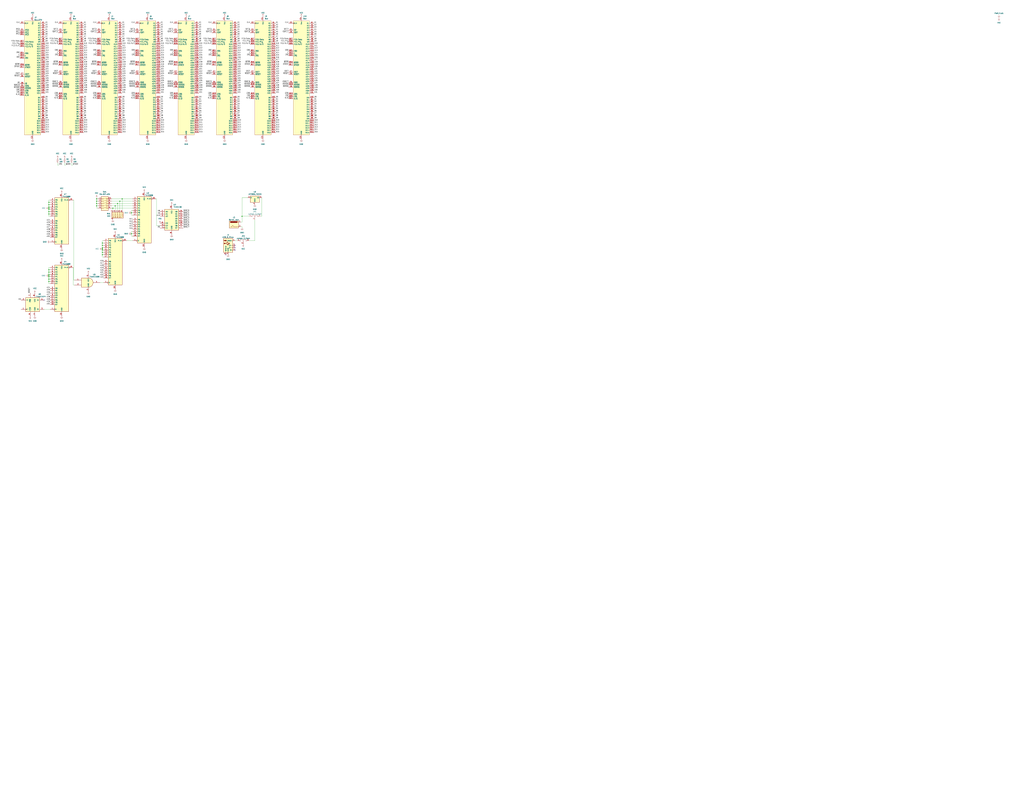
<source format=kicad_sch>
(kicad_sch (version 20230121) (generator eeschema)

  (uuid c45c75ca-d20e-419a-a735-773c0feb6386)

  (paper "E")

  

  (junction (at 143.51 232.41) (diameter 0) (color 0 0 0 0)
    (uuid 021fab46-ed4c-4b64-90c5-99cacdc02b9c)
  )
  (junction (at 111.76 267.97) (diameter 0) (color 0 0 0 0)
    (uuid 05befa4e-4d43-4eb3-8f86-d6316aa20852)
  )
  (junction (at 133.35 217.17) (diameter 0) (color 0 0 0 0)
    (uuid 16091f26-a496-44eb-afff-94673787ac6c)
  )
  (junction (at 111.76 271.78) (diameter 0) (color 0 0 0 0)
    (uuid 16919234-2453-47d6-bb76-e6101f732919)
  )
  (junction (at 130.81 219.71) (diameter 0) (color 0 0 0 0)
    (uuid 19bb6a4e-0781-44a7-adcc-29e5cf69a35b)
  )
  (junction (at 53.34 307.34) (diameter 0) (color 0 0 0 0)
    (uuid 2beceb80-854e-414e-87ca-5bc78c4f6eb3)
  )
  (junction (at 128.27 222.25) (diameter 0) (color 0 0 0 0)
    (uuid 339e46ad-d420-4983-b47a-da638df31b0d)
  )
  (junction (at 105.41 224.79) (diameter 0) (color 0 0 0 0)
    (uuid 37b1fcdc-996a-4639-b1a0-8f2df3d0d9c7)
  )
  (junction (at 53.34 233.68) (diameter 0) (color 0 0 0 0)
    (uuid 45b7c185-2227-4bb2-9e4e-b1eb810ffc9d)
  )
  (junction (at 111.76 265.43) (diameter 0) (color 0 0 0 0)
    (uuid 473af963-62b3-4ede-b435-ab1f7a44baa5)
  )
  (junction (at 105.41 222.25) (diameter 0) (color 0 0 0 0)
    (uuid 4b331f4d-bbd3-450f-bca1-1705df39438c)
  )
  (junction (at 264.16 236.22) (diameter 0) (color 0 0 0 0)
    (uuid 4b6d655f-cd37-46e0-9596-0ae722c6b498)
  )
  (junction (at 143.51 255.27) (diameter 0) (color 0 0 0 0)
    (uuid 56146d5c-b6f6-4f33-9929-604b4ba39e73)
  )
  (junction (at 53.34 297.18) (diameter 0) (color 0 0 0 0)
    (uuid 635a65fe-5396-4824-914a-6b1be7be9deb)
  )
  (junction (at 53.34 300.99) (diameter 0) (color 0 0 0 0)
    (uuid 66bb52a0-5eae-4b4f-9d4b-610b433a04d8)
  )
  (junction (at 111.76 278.13) (diameter 0) (color 0 0 0 0)
    (uuid 70a7b9c0-469c-4d2b-a483-d6fb6b78a0e8)
  )
  (junction (at 53.34 227.33) (diameter 0) (color 0 0 0 0)
    (uuid 7114f862-1357-4e26-b4ad-1967c465e4ef)
  )
  (junction (at 53.34 231.14) (diameter 0) (color 0 0 0 0)
    (uuid 7b107bf5-60f6-410b-92f0-61f57b21a6f7)
  )
  (junction (at 111.76 275.59) (diameter 0) (color 0 0 0 0)
    (uuid 8c86c0b0-d9d1-4bf7-8ee9-238eb41c2b4e)
  )
  (junction (at 53.34 226.06) (diameter 0) (color 0 0 0 0)
    (uuid 947d464e-8d88-406b-a9d5-e588c1c11efd)
  )
  (junction (at 53.34 223.52) (diameter 0) (color 0 0 0 0)
    (uuid 98dbc0d0-f7d2-41a1-afa6-c5ac4e61c54a)
  )
  (junction (at 105.41 217.17) (diameter 0) (color 0 0 0 0)
    (uuid a449b516-60d8-46da-a47c-5fb76584d5a7)
  )
  (junction (at 105.41 219.71) (diameter 0) (color 0 0 0 0)
    (uuid ac1c2614-1c12-4bb2-a6d7-4b7657a4aab0)
  )
  (junction (at 53.34 302.26) (diameter 0) (color 0 0 0 0)
    (uuid b666694b-cc35-4dc0-a185-9623888e6a17)
  )
  (junction (at 53.34 228.6) (diameter 0) (color 0 0 0 0)
    (uuid c186c1f0-d419-4e6d-a44a-1cfe93b2701d)
  )
  (junction (at 125.73 224.79) (diameter 0) (color 0 0 0 0)
    (uuid cced9c79-bd15-4277-a6e6-2c270170cf36)
  )
  (junction (at 111.76 270.51) (diameter 0) (color 0 0 0 0)
    (uuid d0643fb8-4f6b-4fea-8ce8-fe1d62403be7)
  )
  (junction (at 53.34 294.64) (diameter 0) (color 0 0 0 0)
    (uuid d2428a70-ed19-43d1-94a0-73517835dd95)
  )
  (junction (at 53.34 220.98) (diameter 0) (color 0 0 0 0)
    (uuid d3334831-a054-434e-9226-f964e9b8e2f7)
  )
  (junction (at 111.76 273.05) (diameter 0) (color 0 0 0 0)
    (uuid e86ce14b-0bf1-4478-9f1d-0ea9117980ff)
  )
  (junction (at 53.34 299.72) (diameter 0) (color 0 0 0 0)
    (uuid e993ffb3-1bd1-463a-8ed8-d45697a8f6a9)
  )
  (junction (at 123.19 227.33) (diameter 0) (color 0 0 0 0)
    (uuid effcd3f9-b048-4422-aa3d-1d0c6ecd9887)
  )
  (junction (at 53.34 304.8) (diameter 0) (color 0 0 0 0)
    (uuid ff36d79c-b18c-44c5-b391-aa38835f7570)
  )

  (no_connect (at 256.54 270.51) (uuid 2e15a1c1-2d9f-40f5-8d8a-1f43dfa6452f))
  (no_connect (at 48.26 327.66) (uuid a3117f52-3c28-4898-b29d-a771ce28ef01))
  (no_connect (at 246.38 278.13) (uuid c0ef62a8-8176-4973-9302-8acd42ea01e3))
  (no_connect (at 256.54 267.97) (uuid dd270e7d-1b4b-4875-b1e3-d43b2a85bcf2))
  (no_connect (at 256.54 273.05) (uuid e412a986-1925-4138-8f6e-3e83ada524ee))

  (wire (pts (xy 53.34 218.44) (xy 53.34 220.98))
    (stroke (width 0) (type default))
    (uuid 00e03118-fc63-4fa5-8564-07fc45ed785c)
  )
  (wire (pts (xy 271.78 262.89) (xy 278.13 262.89))
    (stroke (width 0) (type default))
    (uuid 0173a845-288f-476d-a1d2-7d819ea4f28c)
  )
  (wire (pts (xy 53.34 236.22) (xy 53.34 233.68))
    (stroke (width 0) (type default))
    (uuid 02583908-0491-40e0-af52-6e025914b966)
  )
  (wire (pts (xy 130.81 219.71) (xy 144.78 219.71))
    (stroke (width 0) (type default))
    (uuid 0372e8ca-4257-467b-ab1c-f0a1bdbf19cd)
  )
  (wire (pts (xy 53.34 220.98) (xy 53.34 223.52))
    (stroke (width 0) (type default))
    (uuid 03759287-8a61-4a8b-ae48-05fe993d6961)
  )
  (wire (pts (xy 264.16 242.57) (xy 264.16 236.22))
    (stroke (width 0) (type default))
    (uuid 03e562ff-f308-4bbb-846d-e96930ceae55)
  )
  (wire (pts (xy 133.35 217.17) (xy 133.35 229.87))
    (stroke (width 0) (type default))
    (uuid 0989b6a7-68f4-4af7-b2df-3b21b6f8f7f8)
  )
  (wire (pts (xy 53.34 227.33) (xy 53.34 228.6))
    (stroke (width 0) (type default))
    (uuid 0a2f1e45-5e2c-4978-9f93-e5caffbd6abb)
  )
  (wire (pts (xy 54.61 223.52) (xy 53.34 223.52))
    (stroke (width 0) (type default))
    (uuid 0b3e7638-4c53-462c-b2a9-9ae8762f3432)
  )
  (wire (pts (xy 130.81 219.71) (xy 130.81 229.87))
    (stroke (width 0) (type default))
    (uuid 0b909b3e-68be-4404-a0b5-1081232359ab)
  )
  (wire (pts (xy 105.41 219.71) (xy 105.41 222.25))
    (stroke (width 0) (type default))
    (uuid 0c8d0aad-6eee-4bfd-8428-3cd9acfc8a98)
  )
  (wire (pts (xy 133.35 217.17) (xy 144.78 217.17))
    (stroke (width 0) (type default))
    (uuid 11d2e6ed-13ec-4796-9db1-f3691cf388a5)
  )
  (wire (pts (xy 143.51 252.73) (xy 143.51 255.27))
    (stroke (width 0) (type default))
    (uuid 1249edd6-4c93-47bd-97f5-3da092c30dd0)
  )
  (wire (pts (xy 170.815 217.17) (xy 170.18 217.17))
    (stroke (width 0) (type default))
    (uuid 133a0b0f-dcc5-4519-921a-954f39397ad6)
  )
  (wire (pts (xy 113.03 273.05) (xy 111.76 273.05))
    (stroke (width 0) (type default))
    (uuid 13e1382a-a718-4fa4-908c-5cdb77c9691d)
  )
  (wire (pts (xy 64.135 180.34) (xy 62.865 180.34))
    (stroke (width 0) (type default))
    (uuid 151c031e-4003-48c6-b123-e9482ec38cac)
  )
  (wire (pts (xy 170.815 217.17) (xy 170.815 246.38))
    (stroke (width 0) (type default))
    (uuid 17281324-83f6-4503-85d8-1a1d04ed91de)
  )
  (wire (pts (xy 144.78 257.81) (xy 143.51 257.81))
    (stroke (width 0) (type default))
    (uuid 18639d9b-9da6-4903-857a-06cc62cd33cb)
  )
  (wire (pts (xy 271.78 236.22) (xy 264.16 236.22))
    (stroke (width 0) (type default))
    (uuid 19dddc96-764a-4e43-8b8e-6c6058317c12)
  )
  (wire (pts (xy 143.51 232.41) (xy 143.51 229.87))
    (stroke (width 0) (type default))
    (uuid 1e030743-bc45-4f21-be8c-8dec1eb7aa04)
  )
  (wire (pts (xy 256.54 262.89) (xy 259.08 262.89))
    (stroke (width 0) (type default))
    (uuid 22949973-ccf2-4434-ace7-928c4be98ce6)
  )
  (wire (pts (xy 113.03 278.13) (xy 111.76 278.13))
    (stroke (width 0) (type default))
    (uuid 24411450-f6e0-4db6-b189-9cc180fde516)
  )
  (wire (pts (xy 53.34 294.64) (xy 53.34 297.18))
    (stroke (width 0) (type default))
    (uuid 24901d9c-3015-4d09-b8fb-a38454ddb8d9)
  )
  (wire (pts (xy 125.73 224.79) (xy 144.78 224.79))
    (stroke (width 0) (type default))
    (uuid 28aa4f80-e3b7-4f4b-ac33-753f9d5d9086)
  )
  (wire (pts (xy 48.26 337.82) (xy 54.61 337.82))
    (stroke (width 0) (type default))
    (uuid 29f9d7d8-4757-4c0f-aa59-ced1e0e2a445)
  )
  (wire (pts (xy 105.41 227.33) (xy 106.68 227.33))
    (stroke (width 0) (type default))
    (uuid 2dc6e9af-1dee-40ee-93f6-5ca8cfd4c25c)
  )
  (wire (pts (xy 113.03 267.97) (xy 111.76 267.97))
    (stroke (width 0) (type default))
    (uuid 310467d8-a99a-4235-b126-85202ce3ff18)
  )
  (wire (pts (xy 53.34 309.88) (xy 53.34 307.34))
    (stroke (width 0) (type default))
    (uuid 323679c0-3fbb-4842-a607-1366915f1b52)
  )
  (wire (pts (xy 53.34 226.06) (xy 53.34 227.33))
    (stroke (width 0) (type default))
    (uuid 32aeb909-5f69-48c1-85c5-4e37114b9e88)
  )
  (wire (pts (xy 53.34 299.72) (xy 54.61 299.72))
    (stroke (width 0) (type default))
    (uuid 34064dcd-a8c6-44bc-abc9-8e674cb16173)
  )
  (wire (pts (xy 111.76 262.89) (xy 111.76 265.43))
    (stroke (width 0) (type default))
    (uuid 35e5496e-2af3-43f7-bc37-fcf00e03633b)
  )
  (wire (pts (xy 121.92 224.79) (xy 125.73 224.79))
    (stroke (width 0) (type default))
    (uuid 3b7ec81c-0dde-4b80-ac6f-784d1781ac4c)
  )
  (wire (pts (xy 111.76 265.43) (xy 111.76 267.97))
    (stroke (width 0) (type default))
    (uuid 40f384f4-ea0a-44f2-ae5d-f8b47eeb8a44)
  )
  (wire (pts (xy 62.865 180.34) (xy 62.865 177.8))
    (stroke (width 0) (type default))
    (uuid 41ce9da0-34e6-4c67-9c82-bdf24d14bdda)
  )
  (wire (pts (xy 105.41 215.9) (xy 105.41 217.17))
    (stroke (width 0) (type default))
    (uuid 445e9365-1295-42f1-bdaa-9142221ee034)
  )
  (wire (pts (xy 285.75 215.9) (xy 285.75 236.22))
    (stroke (width 0) (type default))
    (uuid 44f15c18-16ba-49a7-9754-92483193958a)
  )
  (wire (pts (xy 270.51 215.9) (xy 264.16 215.9))
    (stroke (width 0) (type default))
    (uuid 460e235f-9879-4f7d-be31-1b20391a03ca)
  )
  (wire (pts (xy 54.61 294.64) (xy 53.34 294.64))
    (stroke (width 0) (type default))
    (uuid 4676ea16-5dbd-4b41-9742-618883c311ba)
  )
  (wire (pts (xy 78.105 180.34) (xy 78.105 177.8))
    (stroke (width 0) (type default))
    (uuid 49c96a86-72d1-439d-ba79-2bb957cba37f)
  )
  (wire (pts (xy 111.76 280.67) (xy 111.76 278.13))
    (stroke (width 0) (type default))
    (uuid 4b5b8bb2-f499-4c2d-b570-4d7b3b3734bf)
  )
  (wire (pts (xy 54.61 231.14) (xy 53.34 231.14))
    (stroke (width 0) (type default))
    (uuid 4e25a9bb-fc1b-40b5-a498-a8124d89eb89)
  )
  (wire (pts (xy 53.34 299.72) (xy 53.34 300.99))
    (stroke (width 0) (type default))
    (uuid 55eeeac6-581a-47c4-b086-b9b0a067c5a5)
  )
  (wire (pts (xy 54.61 304.8) (xy 53.34 304.8))
    (stroke (width 0) (type default))
    (uuid 56c82a3f-b72c-4600-b037-6eb6f3301ce5)
  )
  (wire (pts (xy 121.92 219.71) (xy 130.81 219.71))
    (stroke (width 0) (type default))
    (uuid 5f113590-614f-4c82-b0ed-2c51cf9725fa)
  )
  (wire (pts (xy 105.41 224.79) (xy 106.68 224.79))
    (stroke (width 0) (type default))
    (uuid 608ea805-c8db-416d-a4e3-d4c513a7fd04)
  )
  (wire (pts (xy 111.76 270.51) (xy 113.03 270.51))
    (stroke (width 0) (type default))
    (uuid 6127b774-ede8-4623-a810-665b6313306b)
  )
  (wire (pts (xy 113.03 275.59) (xy 111.76 275.59))
    (stroke (width 0) (type default))
    (uuid 6642631e-f897-4426-9af8-c67e791f8339)
  )
  (wire (pts (xy 80.01 311.15) (xy 81.28 311.15))
    (stroke (width 0) (type default))
    (uuid 678bb251-b3af-472f-85a4-55ad7a802061)
  )
  (wire (pts (xy 278.13 262.89) (xy 278.13 240.03))
    (stroke (width 0) (type default))
    (uuid 6906f2f2-f4b2-4af4-8dff-b86b722fd6a0)
  )
  (wire (pts (xy 128.27 222.25) (xy 144.78 222.25))
    (stroke (width 0) (type default))
    (uuid 6ac74e20-f6d9-4551-9847-1e6141961e9c)
  )
  (wire (pts (xy 264.16 215.9) (xy 264.16 236.22))
    (stroke (width 0) (type default))
    (uuid 6f0e931b-641a-4d54-96ae-f4ee3bc7b50a)
  )
  (wire (pts (xy 54.61 218.44) (xy 53.34 218.44))
    (stroke (width 0) (type default))
    (uuid 76ee9cea-abc2-4a58-b123-81cf39e95021)
  )
  (wire (pts (xy 105.41 217.17) (xy 105.41 219.71))
    (stroke (width 0) (type default))
    (uuid 793bd154-3545-4d6a-b636-d6cf8e53a8fe)
  )
  (wire (pts (xy 53.34 292.1) (xy 53.34 294.64))
    (stroke (width 0) (type default))
    (uuid 7b67512d-9b8a-41a9-a0fa-49b454b9d1ad)
  )
  (wire (pts (xy 113.03 280.67) (xy 111.76 280.67))
    (stroke (width 0) (type default))
    (uuid 7d9960e0-8352-4092-87bd-0e0e1886d00d)
  )
  (wire (pts (xy 54.61 228.6) (xy 53.34 228.6))
    (stroke (width 0) (type default))
    (uuid 7e250aa3-db32-41f6-ba51-dbf971756343)
  )
  (wire (pts (xy 105.41 222.25) (xy 106.68 222.25))
    (stroke (width 0) (type default))
    (uuid 822573e5-aa29-47b2-a5a6-818f0017f314)
  )
  (wire (pts (xy 53.34 307.34) (xy 53.34 304.8))
    (stroke (width 0) (type default))
    (uuid 8225a945-23f2-401c-a2fe-bf1129c4475a)
  )
  (wire (pts (xy 53.34 223.52) (xy 53.34 226.06))
    (stroke (width 0) (type default))
    (uuid 82be64dd-443e-40c0-89e3-1fa9c4be1e9e)
  )
  (wire (pts (xy 121.92 217.17) (xy 133.35 217.17))
    (stroke (width 0) (type default))
    (uuid 836845b9-dac3-4dcd-b500-123a433f130f)
  )
  (wire (pts (xy 105.41 219.71) (xy 106.68 219.71))
    (stroke (width 0) (type default))
    (uuid 87915d9f-dbc8-4d1a-8eb8-4f4b52362915)
  )
  (wire (pts (xy 143.51 255.27) (xy 144.78 255.27))
    (stroke (width 0) (type default))
    (uuid 87cbf7a1-2636-49fb-b88d-21bce86c58bb)
  )
  (wire (pts (xy 54.61 292.1) (xy 53.34 292.1))
    (stroke (width 0) (type default))
    (uuid 8c98be10-2a0f-47c5-a4b1-832c7e53864f)
  )
  (wire (pts (xy 54.61 307.34) (xy 53.34 307.34))
    (stroke (width 0) (type default))
    (uuid 8e78c68e-b3e2-4670-8e0b-80e55f41280d)
  )
  (wire (pts (xy 123.19 227.33) (xy 144.78 227.33))
    (stroke (width 0) (type default))
    (uuid 9482c6e7-127e-4378-a17b-f5fb181b85d4)
  )
  (wire (pts (xy 54.61 236.22) (xy 53.34 236.22))
    (stroke (width 0) (type default))
    (uuid 994afaa7-3791-4903-9f16-87de3634077d)
  )
  (wire (pts (xy 71.755 180.34) (xy 70.485 180.34))
    (stroke (width 0) (type default))
    (uuid 9f2578b6-d9be-40b3-96c3-9cdf1e1c26f5)
  )
  (wire (pts (xy 80.645 218.44) (xy 80.645 306.07))
    (stroke (width 0) (type default))
    (uuid 9fa676ee-4fdb-47a5-a666-4b4a8390521c)
  )
  (wire (pts (xy 54.61 233.68) (xy 53.34 233.68))
    (stroke (width 0) (type default))
    (uuid 9fa95c01-a250-4a9c-b8f6-3d15b018705a)
  )
  (wire (pts (xy 121.92 222.25) (xy 128.27 222.25))
    (stroke (width 0) (type default))
    (uuid a1400240-2865-4e1b-8b9c-341206279561)
  )
  (wire (pts (xy 79.375 180.34) (xy 78.105 180.34))
    (stroke (width 0) (type default))
    (uuid a27c56dc-926a-4414-bc88-e1b73f6eb384)
  )
  (wire (pts (xy 54.61 220.98) (xy 53.34 220.98))
    (stroke (width 0) (type default))
    (uuid a57842bc-fb8c-4802-a16c-c63da30c040c)
  )
  (wire (pts (xy 125.73 224.79) (xy 125.73 229.87))
    (stroke (width 0) (type default))
    (uuid a82bab7d-0878-4411-87fe-304177a7dd7a)
  )
  (wire (pts (xy 143.51 229.87) (xy 144.78 229.87))
    (stroke (width 0) (type default))
    (uuid a9baef11-57a2-4852-a3a1-e071cb00f8bd)
  )
  (wire (pts (xy 54.61 297.18) (xy 53.34 297.18))
    (stroke (width 0) (type default))
    (uuid a9e2c68f-694e-40f0-9de6-0821718f0e3c)
  )
  (wire (pts (xy 138.43 262.89) (xy 144.78 262.89))
    (stroke (width 0) (type default))
    (uuid adc7ddb4-f5b2-4239-9488-7d43b4d863d0)
  )
  (wire (pts (xy 105.41 217.17) (xy 106.68 217.17))
    (stroke (width 0) (type default))
    (uuid afdc80f7-e4af-4d96-888b-16d41b6e63d8)
  )
  (wire (pts (xy 54.61 302.26) (xy 53.34 302.26))
    (stroke (width 0) (type default))
    (uuid b266861c-3efd-4121-9029-83661e483625)
  )
  (wire (pts (xy 111.76 278.13) (xy 111.76 275.59))
    (stroke (width 0) (type default))
    (uuid b3ecd198-d556-4a86-af5e-ead4cd4f71bd)
  )
  (wire (pts (xy 121.92 227.33) (xy 123.19 227.33))
    (stroke (width 0) (type default))
    (uuid b3f53b5d-8497-46ee-8d2f-c901486a9046)
  )
  (wire (pts (xy 285.75 236.22) (xy 284.48 236.22))
    (stroke (width 0) (type default))
    (uuid b853d3df-502f-4ed6-9165-92e70a439ca0)
  )
  (wire (pts (xy 264.16 248.92) (xy 264.16 247.65))
    (stroke (width 0) (type default))
    (uuid b9113bcf-35a6-4c79-af75-6957a6196692)
  )
  (wire (pts (xy 113.03 262.89) (xy 111.76 262.89))
    (stroke (width 0) (type default))
    (uuid ba1c20b2-664b-42c1-ae20-427eebba230a)
  )
  (wire (pts (xy 144.78 252.73) (xy 143.51 252.73))
    (stroke (width 0) (type default))
    (uuid bf695450-2c38-4b8f-9840-fcd345261f99)
  )
  (wire (pts (xy 170.815 246.38) (xy 174.625 246.38))
    (stroke (width 0) (type default))
    (uuid c0742085-d686-4d0d-b20b-64702c5e1d88)
  )
  (wire (pts (xy 80.01 218.44) (xy 80.645 218.44))
    (stroke (width 0) (type default))
    (uuid c2e3a8db-3df4-4df2-b888-98c82fb6bda5)
  )
  (wire (pts (xy 123.19 227.33) (xy 123.19 229.87))
    (stroke (width 0) (type default))
    (uuid c40e3156-9fe8-4900-833f-05ba9a7c7f07)
  )
  (wire (pts (xy 128.27 222.25) (xy 128.27 229.87))
    (stroke (width 0) (type default))
    (uuid c58b062f-b205-4832-80ce-2539ba7a123a)
  )
  (wire (pts (xy 53.34 297.18) (xy 53.34 299.72))
    (stroke (width 0) (type default))
    (uuid c8b868e8-1c92-4dac-88c5-b447946d7395)
  )
  (wire (pts (xy 105.41 224.79) (xy 105.41 227.33))
    (stroke (width 0) (type default))
    (uuid c8d122cc-ec3d-400d-a25f-f529c3c7f6a7)
  )
  (wire (pts (xy 111.76 275.59) (xy 111.76 273.05))
    (stroke (width 0) (type default))
    (uuid cae2a681-1b8d-4cf3-9434-2029f4f18cbf)
  )
  (wire (pts (xy 53.34 231.14) (xy 53.34 228.6))
    (stroke (width 0) (type default))
    (uuid cb12dcf9-f1e5-435a-9ab4-09d97700c1c1)
  )
  (wire (pts (xy 143.51 234.95) (xy 144.78 234.95))
    (stroke (width 0) (type default))
    (uuid cba24c90-2b8d-4c01-972c-712405fb35b3)
  )
  (wire (pts (xy 113.03 265.43) (xy 111.76 265.43))
    (stroke (width 0) (type default))
    (uuid ccd58465-4460-44bd-b9f8-da2ff8b1e689)
  )
  (wire (pts (xy 109.22 308.61) (xy 113.03 308.61))
    (stroke (width 0) (type default))
    (uuid cd972bb9-2d7c-4e29-ba2b-7362b4b4687a)
  )
  (wire (pts (xy 111.76 271.78) (xy 111.76 273.05))
    (stroke (width 0) (type default))
    (uuid d184be11-9912-4c10-a43d-897a768d5cc3)
  )
  (wire (pts (xy 262.89 242.57) (xy 264.16 242.57))
    (stroke (width 0) (type default))
    (uuid d45c3b72-7dfc-4bd5-a116-ab723ae0f4b4)
  )
  (wire (pts (xy 53.34 226.06) (xy 54.61 226.06))
    (stroke (width 0) (type default))
    (uuid d55be362-37dc-419b-8978-7d8a4f523685)
  )
  (wire (pts (xy 262.89 247.65) (xy 264.16 247.65))
    (stroke (width 0) (type default))
    (uuid d5c07a14-ec61-413a-b9ee-87cba82efb20)
  )
  (wire (pts (xy 53.34 300.99) (xy 53.34 302.26))
    (stroke (width 0) (type default))
    (uuid d9c126bd-8528-4e39-83d8-4137569978ba)
  )
  (wire (pts (xy 80.645 306.07) (xy 81.28 306.07))
    (stroke (width 0) (type default))
    (uuid da0f444d-0549-4b66-9b6e-840765ac6c95)
  )
  (wire (pts (xy 53.34 304.8) (xy 53.34 302.26))
    (stroke (width 0) (type default))
    (uuid dcd0c178-7942-4db2-bf01-c7b10853bdae)
  )
  (wire (pts (xy 70.485 180.34) (xy 70.485 177.8))
    (stroke (width 0) (type default))
    (uuid dec36306-5708-401f-af74-ee3520de7a7b)
  )
  (wire (pts (xy 80.01 292.1) (xy 80.01 311.15))
    (stroke (width 0) (type default))
    (uuid df65acac-4f9e-4e0f-b001-42a055f71295)
  )
  (wire (pts (xy 143.51 232.41) (xy 144.78 232.41))
    (stroke (width 0) (type default))
    (uuid df73ba48-ffc7-473e-8ea8-cb3a1639f06c)
  )
  (wire (pts (xy 111.76 270.51) (xy 111.76 271.78))
    (stroke (width 0) (type default))
    (uuid e029a140-1d70-41cd-88bc-81b0e58f9f46)
  )
  (wire (pts (xy 105.41 222.25) (xy 105.41 224.79))
    (stroke (width 0) (type default))
    (uuid e2d38eb5-74cf-47f7-97c3-2745da8f9286)
  )
  (wire (pts (xy 54.61 309.88) (xy 53.34 309.88))
    (stroke (width 0) (type default))
    (uuid e3f47f89-dbc7-4d24-929e-bb868291af6b)
  )
  (wire (pts (xy 53.34 233.68) (xy 53.34 231.14))
    (stroke (width 0) (type default))
    (uuid e601f750-8fa6-4c7e-bc84-8662f62596c5)
  )
  (wire (pts (xy 143.51 257.81) (xy 143.51 255.27))
    (stroke (width 0) (type default))
    (uuid eefdce21-701e-4e18-a9d6-481ee56518a7)
  )
  (wire (pts (xy 111.76 267.97) (xy 111.76 270.51))
    (stroke (width 0) (type default))
    (uuid efd74027-d510-40b0-a436-911b1306bc7b)
  )
  (wire (pts (xy 143.51 232.41) (xy 143.51 234.95))
    (stroke (width 0) (type default))
    (uuid f183d42a-3625-4966-bda8-0798033474e4)
  )

  (label "~{BERR}" (at 231.14 68.58 180) (fields_autoplaced)
    (effects (font (size 1.27 1.27)) (justify right bottom))
    (uuid 0066b8e7-ee1a-4372-a421-26078264a230)
  )
  (label "A4" (at 49.53 33.02 0) (fields_autoplaced)
    (effects (font (size 1.27 1.27)) (justify left bottom))
    (uuid 0091d3ee-7727-4055-8039-72e6b966096f)
  )
  (label "D12" (at 259.08 137.16 0) (fields_autoplaced)
    (effects (font (size 1.27 1.27)) (justify left bottom))
    (uuid 009d9741-6d9b-45c4-b3e9-5c9eed0c9a3d)
  )
  (label "A8" (at 175.26 43.18 0) (fields_autoplaced)
    (effects (font (size 1.27 1.27)) (justify left bottom))
    (uuid 00a6712e-d231-47d2-9ed4-c90b8c6eb646)
  )
  (label "D7" (at 217.17 124.46 0) (fields_autoplaced)
    (effects (font (size 1.27 1.27)) (justify left bottom))
    (uuid 00b3397f-8eda-4da5-96f8-09dcf1cdbee5)
  )
  (label "D0" (at 22.86 327.66 180) (fields_autoplaced)
    (effects (font (size 1.27 1.27)) (justify right bottom))
    (uuid 01471cb3-c9ff-4bef-973a-8f383a4f5cab)
  )
  (label "A4" (at 300.99 33.02 0) (fields_autoplaced)
    (effects (font (size 1.27 1.27)) (justify left bottom))
    (uuid 0159be90-4c3e-4b24-89c7-247cfccd9b93)
  )
  (label "A24" (at 175.26 83.82 0) (fields_autoplaced)
    (effects (font (size 1.27 1.27)) (justify left bottom))
    (uuid 023ef570-e4a3-49c0-abb4-8269f20df683)
  )
  (label "A15" (at 300.99 60.96 0) (fields_autoplaced)
    (effects (font (size 1.27 1.27)) (justify left bottom))
    (uuid 033e97ee-64bd-4a71-9843-2f5e21542d2a)
  )
  (label "A2" (at 175.26 27.94 0) (fields_autoplaced)
    (effects (font (size 1.27 1.27)) (justify left bottom))
    (uuid 03a48b4b-f1c0-4280-98a1-55ead87b22c8)
  )
  (label "D14" (at 259.08 142.24 0) (fields_autoplaced)
    (effects (font (size 1.27 1.27)) (justify left bottom))
    (uuid 04694e10-a334-4b56-9bfa-1979b6a843cd)
  )
  (label "A23" (at 259.08 81.28 0) (fields_autoplaced)
    (effects (font (size 1.27 1.27)) (justify left bottom))
    (uuid 05d603a7-75bf-4688-a611-28cc7f2ce67e)
  )
  (label "A27" (at 49.53 91.44 0) (fields_autoplaced)
    (effects (font (size 1.27 1.27)) (justify left bottom))
    (uuid 05f11b29-7cbe-4eb0-98e1-13905f157083)
  )
  (label "D2" (at 175.26 111.76 0) (fields_autoplaced)
    (effects (font (size 1.27 1.27)) (justify left bottom))
    (uuid 060cc464-37ce-4d23-af55-f30613ca36df)
  )
  (label "A13" (at 217.17 55.88 0) (fields_autoplaced)
    (effects (font (size 1.27 1.27)) (justify left bottom))
    (uuid 06acc342-455e-4524-bd02-092b93743e0c)
  )
  (label "~{RAMAS}" (at 231.14 95.25 180) (fields_autoplaced)
    (effects (font (size 1.27 1.27)) (justify right bottom))
    (uuid 06bdf98f-0961-4714-a882-474a26ba61a1)
  )
  (label "A29" (at 49.53 96.52 0) (fields_autoplaced)
    (effects (font (size 1.27 1.27)) (justify left bottom))
    (uuid 070485aa-ae54-4e39-814a-7f06fbaaf96b)
  )
  (label "A11" (at 300.99 50.8 0) (fields_autoplaced)
    (effects (font (size 1.27 1.27)) (justify left bottom))
    (uuid 0826b7a2-3934-48ec-805c-ea98efab955c)
  )
  (label "A24" (at 300.99 83.82 0) (fields_autoplaced)
    (effects (font (size 1.27 1.27)) (justify left bottom))
    (uuid 08611474-8b9c-4d35-bf9b-1c5f0346e543)
  )
  (label "~{MEMAS}" (at 231.14 92.71 180) (fields_autoplaced)
    (effects (font (size 1.27 1.27)) (justify right bottom))
    (uuid 0905bc19-fd32-43b4-82d8-0be9029a7fcd)
  )
  (label "A25" (at 259.08 86.36 0) (fields_autoplaced)
    (effects (font (size 1.27 1.27)) (justify left bottom))
    (uuid 09495a8f-8570-4d3b-9b2c-4fc5f68ac95a)
  )
  (label "D1" (at 259.08 109.22 0) (fields_autoplaced)
    (effects (font (size 1.27 1.27)) (justify left bottom))
    (uuid 09b652ed-a417-4e59-958e-6d33eea28676)
  )
  (label "~{IOAS_0}" (at 21.59 93.98 180) (fields_autoplaced)
    (effects (font (size 1.27 1.27)) (justify right bottom))
    (uuid 0ae83daa-db5b-424f-819b-9b70d2d12f48)
  )
  (label "D11" (at 259.08 134.62 0) (fields_autoplaced)
    (effects (font (size 1.27 1.27)) (justify left bottom))
    (uuid 0afc53c7-b150-4586-ad66-3931b2170b95)
  )
  (label "A14" (at 49.53 58.42 0) (fields_autoplaced)
    (effects (font (size 1.27 1.27)) (justify left bottom))
    (uuid 0b853e77-7105-4a2e-9728-6094c9bb0ba9)
  )
  (label "D13" (at 342.9 139.7 0) (fields_autoplaced)
    (effects (font (size 1.27 1.27)) (justify left bottom))
    (uuid 0ba887e9-ecdd-4018-8d2b-17c5902576e7)
  )
  (label "A16" (at 342.9 63.5 0) (fields_autoplaced)
    (effects (font (size 1.27 1.27)) (justify left bottom))
    (uuid 0c277914-6fca-4322-8380-10e554aecf56)
  )
  (label "~{IOAS_6}" (at 200.025 246.38 0) (fields_autoplaced)
    (effects (font (size 1.27 1.27)) (justify left bottom))
    (uuid 0c852fe8-ae79-4444-9289-649aed8e77c5)
  )
  (label "D7" (at 91.44 124.46 0) (fields_autoplaced)
    (effects (font (size 1.27 1.27)) (justify left bottom))
    (uuid 0cc04c9d-5e20-465e-9fe6-4f6fe5c1f25e)
  )
  (label "A4" (at 175.26 33.02 0) (fields_autoplaced)
    (effects (font (size 1.27 1.27)) (justify left bottom))
    (uuid 0ce2a10f-49e9-4ebd-b56f-f600bd469e16)
  )
  (label "A2" (at 259.08 27.94 0) (fields_autoplaced)
    (effects (font (size 1.27 1.27)) (justify left bottom))
    (uuid 0d7f9da2-44c7-4c4f-ba8c-43b92fc3316d)
  )
  (label "~{IOAS_4}" (at 200.025 241.3 0) (fields_autoplaced)
    (effects (font (size 1.27 1.27)) (justify left bottom))
    (uuid 0df64740-67f3-4058-b161-ce422e1ac393)
  )
  (label "~{IGNT_1}" (at 63.5 35.56 180) (fields_autoplaced)
    (effects (font (size 1.27 1.27)) (justify right bottom))
    (uuid 0eb459a9-b0c3-49a8-96b0-5477f6f54a9a)
  )
  (label "A31" (at 49.53 101.6 0) (fields_autoplaced)
    (effects (font (size 1.27 1.27)) (justify left bottom))
    (uuid 0f699858-230f-4c2f-aeb8-b7c1aba7ac11)
  )
  (label "D6" (at 175.26 121.92 0) (fields_autoplaced)
    (effects (font (size 1.27 1.27)) (justify left bottom))
    (uuid 0facebdb-c5c5-401d-a89f-160ed9a738bc)
  )
  (label "D11" (at 342.9 134.62 0) (fields_autoplaced)
    (effects (font (size 1.27 1.27)) (justify left bottom))
    (uuid 104fe8a0-1607-4355-b6f4-08a2f51b2876)
  )
  (label "FC1{slash}Prg" (at 105.41 45.72 180) (fields_autoplaced)
    (effects (font (size 1.27 1.27)) (justify right bottom))
    (uuid 1052e811-0d0f-4ce7-9513-7371a242a52a)
  )
  (label "FC2{slash}S{slash}~{U}" (at 21.59 50.8 180) (fields_autoplaced)
    (effects (font (size 1.27 1.27)) (justify right bottom))
    (uuid 10f33c2b-5a52-4f0d-8f8b-d2cc1821eb55)
  )
  (label "D7" (at 49.53 124.46 0) (fields_autoplaced)
    (effects (font (size 1.27 1.27)) (justify left bottom))
    (uuid 113ae7ae-eb5d-4eaf-9edd-196546a41c0b)
  )
  (label "D7" (at 133.35 124.46 0) (fields_autoplaced)
    (effects (font (size 1.27 1.27)) (justify left bottom))
    (uuid 11964f4d-6bc8-4550-8f49-b6dd06411429)
  )
  (label "A7" (at 133.35 40.64 0) (fields_autoplaced)
    (effects (font (size 1.27 1.27)) (justify left bottom))
    (uuid 119be016-a3c2-4fa9-9380-952396b0931b)
  )
  (label "A15" (at 91.44 60.96 0) (fields_autoplaced)
    (effects (font (size 1.27 1.27)) (justify left bottom))
    (uuid 12631493-190b-496f-8ac7-0f83af2068fb)
  )
  (label "A20" (at 217.17 73.66 0) (fields_autoplaced)
    (effects (font (size 1.27 1.27)) (justify left bottom))
    (uuid 13a3c441-cdf3-4ba2-bc10-246f973cbdef)
  )
  (label "A23" (at 342.9 81.28 0) (fields_autoplaced)
    (effects (font (size 1.27 1.27)) (justify left bottom))
    (uuid 13a477c5-7140-4682-85d1-138547aa0d7d)
  )
  (label "D8" (at 133.35 127 0) (fields_autoplaced)
    (effects (font (size 1.27 1.27)) (justify left bottom))
    (uuid 157b18b8-1777-4f28-a751-7d0e039792e6)
  )
  (label "A20" (at 342.9 73.66 0) (fields_autoplaced)
    (effects (font (size 1.27 1.27)) (justify left bottom))
    (uuid 15c82b02-df76-42a1-8ffc-cfc1cae74b53)
  )
  (label "A26" (at 54.61 320.04 180) (fields_autoplaced)
    (effects (font (size 1.27 1.27)) (justify right bottom))
    (uuid 17805945-4d91-4201-b8c0-c009c1a2c7ed)
  )
  (label "D13" (at 175.26 139.7 0) (fields_autoplaced)
    (effects (font (size 1.27 1.27)) (justify left bottom))
    (uuid 17f9d358-c2ae-4653-8817-d454f9404070)
  )
  (label "A26" (at 91.44 88.9 0) (fields_autoplaced)
    (effects (font (size 1.27 1.27)) (justify left bottom))
    (uuid 1809699c-6af8-478b-bd91-bea4dc7a7973)
  )
  (label "A1" (at 175.26 25.4 0) (fields_autoplaced)
    (effects (font (size 1.27 1.27)) (justify left bottom))
    (uuid 18b512f9-bd05-45b2-87df-d89dc5a46052)
  )
  (label "D5" (at 342.9 119.38 0) (fields_autoplaced)
    (effects (font (size 1.27 1.27)) (justify left bottom))
    (uuid 1a053047-07f6-45c8-b49a-749852f23bdf)
  )
  (label "A14" (at 300.99 58.42 0) (fields_autoplaced)
    (effects (font (size 1.27 1.27)) (justify left bottom))
    (uuid 1a0f62cc-9495-4cd0-ab9d-7b9306be4e09)
  )
  (label "~{UDS}" (at 63.5 102.87 180) (fields_autoplaced)
    (effects (font (size 1.27 1.27)) (justify right bottom))
    (uuid 1a9611b4-73e5-4044-b1e8-b84da9bdbb93)
  )
  (label "~{VMA}" (at 231.14 55.88 180) (fields_autoplaced)
    (effects (font (size 1.27 1.27)) (justify right bottom))
    (uuid 1b8deb5b-355c-4f82-aaf7-41768c530cd7)
  )
  (label "A7" (at 175.26 40.64 0) (fields_autoplaced)
    (effects (font (size 1.27 1.27)) (justify left bottom))
    (uuid 1c16b02d-d6aa-4118-9248-89d0f53789f1)
  )
  (label "D10" (at 91.44 132.08 0) (fields_autoplaced)
    (effects (font (size 1.27 1.27)) (justify left bottom))
    (uuid 1c39216c-17b5-4f30-9f08-ebf44a115694)
  )
  (label "A15" (at 49.53 60.96 0) (fields_autoplaced)
    (effects (font (size 1.27 1.27)) (justify left bottom))
    (uuid 1c439488-19c1-49a5-bd17-e69ec76a40a3)
  )
  (label "FC2{slash}S{slash}~{U}" (at 105.41 48.26 180) (fields_autoplaced)
    (effects (font (size 1.27 1.27)) (justify right bottom))
    (uuid 1c960e2c-b116-4cb5-b462-72e1f1fa1a8c)
  )
  (label "E" (at 273.05 58.42 180) (fields_autoplaced)
    (effects (font (size 1.27 1.27)) (justify right bottom))
    (uuid 1ce57546-2354-4a4d-bba8-e0b3fc694172)
  )
  (label "A28" (at 342.9 93.98 0) (fields_autoplaced)
    (effects (font (size 1.27 1.27)) (justify left bottom))
    (uuid 1d74e830-826b-42c9-83ae-29bc4412c48f)
  )
  (label "~{MEMAS}" (at 147.32 92.71 180) (fields_autoplaced)
    (effects (font (size 1.27 1.27)) (justify right bottom))
    (uuid 1e20a339-01db-4f87-b0dd-fb4647927944)
  )
  (label "A22" (at 91.44 78.74 0) (fields_autoplaced)
    (effects (font (size 1.27 1.27)) (justify left bottom))
    (uuid 1e340993-db59-4455-a006-7ada2b881314)
  )
  (label "~{DTACK}" (at 105.41 71.12 180) (fields_autoplaced)
    (effects (font (size 1.27 1.27)) (justify right bottom))
    (uuid 1ecb5aef-bdb5-4593-9fd9-ec454a83ab66)
  )
  (label "A12" (at 217.17 53.34 0) (fields_autoplaced)
    (effects (font (size 1.27 1.27)) (justify left bottom))
    (uuid 2091f32d-9613-46ab-8563-d759ed4ea58f)
  )
  (label "A31" (at 217.17 101.6 0) (fields_autoplaced)
    (effects (font (size 1.27 1.27)) (justify left bottom))
    (uuid 20929d4b-59f4-4e40-adab-d5105c6858aa)
  )
  (label "E" (at 105.41 58.42 180) (fields_autoplaced)
    (effects (font (size 1.27 1.27)) (justify right bottom))
    (uuid 20ad522a-66eb-435b-8ecb-9624aff6e403)
  )
  (label "~{RESET}" (at 189.23 81.28 180) (fields_autoplaced)
    (effects (font (size 1.27 1.27)) (justify right bottom))
    (uuid 20d63690-b64e-40fe-9d63-2bd6f77a036d)
  )
  (label "A30" (at 300.99 99.06 0) (fields_autoplaced)
    (effects (font (size 1.27 1.27)) (justify left bottom))
    (uuid 20da86c6-ded1-4fad-9a13-a2575387597e)
  )
  (label "A12" (at 300.99 53.34 0) (fields_autoplaced)
    (effects (font (size 1.27 1.27)) (justify left bottom))
    (uuid 218cf388-fdd2-4655-ac54-30e88e5d90e4)
  )
  (label "A26" (at 133.35 88.9 0) (fields_autoplaced)
    (effects (font (size 1.27 1.27)) (justify left bottom))
    (uuid 21b300b2-048f-4080-a462-612bb73da2f4)
  )
  (label "D12" (at 91.44 137.16 0) (fields_autoplaced)
    (effects (font (size 1.27 1.27)) (justify left bottom))
    (uuid 2205b28d-9d9d-4318-b42d-b73e18c1381e)
  )
  (label "~{INT_3}" (at 147.32 33.02 180) (fields_autoplaced)
    (effects (font (size 1.27 1.27)) (justify right bottom))
    (uuid 2236bf70-62bc-478d-afa4-9b84ad148898)
  )
  (label "~{LDS}" (at 63.5 105.41 180) (fields_autoplaced)
    (effects (font (size 1.27 1.27)) (justify right bottom))
    (uuid 229ebcdf-6531-4593-838e-0760df5b7dfb)
  )
  (label "~{LDS}" (at 273.05 105.41 180) (fields_autoplaced)
    (effects (font (size 1.27 1.27)) (justify right bottom))
    (uuid 22afb3d7-8188-468a-b989-0e2c04c23701)
  )
  (label "A10" (at 342.9 48.26 0) (fields_autoplaced)
    (effects (font (size 1.27 1.27)) (justify left bottom))
    (uuid 22de0d7c-6a03-4be5-8900-d008feebbbff)
  )
  (label "D0" (at 175.26 106.68 0) (fields_autoplaced)
    (effects (font (size 1.27 1.27)) (justify left bottom))
    (uuid 23790c62-ebc7-4703-ac8e-f55453e081f5)
  )
  (label "D14" (at 300.99 142.24 0) (fields_autoplaced)
    (effects (font (size 1.27 1.27)) (justify left bottom))
    (uuid 23ef446c-1b25-4c4f-8fd0-7c67b3967c07)
  )
  (label "A19" (at 133.35 71.12 0) (fields_autoplaced)
    (effects (font (size 1.27 1.27)) (justify left bottom))
    (uuid 247740d3-518d-46fa-9509-14cb6a374afd)
  )
  (label "A27" (at 54.61 248.92 180) (fields_autoplaced)
    (effects (font (size 1.27 1.27)) (justify right bottom))
    (uuid 24c3b9da-3a16-4514-b386-c7dd12c2e232)
  )
  (label "D1" (at 300.99 109.22 0) (fields_autoplaced)
    (effects (font (size 1.27 1.27)) (justify left bottom))
    (uuid 2696a398-bb21-4fff-b524-47188500cecd)
  )
  (label "A6" (at 133.35 38.1 0) (fields_autoplaced)
    (effects (font (size 1.27 1.27)) (justify left bottom))
    (uuid 269715cc-8d62-4a22-851b-2ed274888d5c)
  )
  (label "A9" (at 133.35 45.72 0) (fields_autoplaced)
    (effects (font (size 1.27 1.27)) (justify left bottom))
    (uuid 26c57c38-e539-4c40-8cdf-f2d27d7a81c7)
  )
  (label "~{IPL0}" (at 21.59 33.02 180) (fields_autoplaced)
    (effects (font (size 1.27 1.27)) (justify right bottom))
    (uuid 26d6d4e0-2158-4c9a-a54c-cfa2c580f484)
  )
  (label "~{VMA}" (at 105.41 55.88 180) (fields_autoplaced)
    (effects (font (size 1.27 1.27)) (justify right bottom))
    (uuid 2749a521-2a3f-4784-bb7b-530bb4c19cf8)
  )
  (label "D3" (at 49.53 114.3 0) (fields_autoplaced)
    (effects (font (size 1.27 1.27)) (justify left bottom))
    (uuid 27e1d3af-91f9-4912-99c0-4fc90e30ee4d)
  )
  (label "FC2{slash}S{slash}~{U}" (at 189.23 48.26 180) (fields_autoplaced)
    (effects (font (size 1.27 1.27)) (justify right bottom))
    (uuid 27f080cf-a133-4563-8e06-f51bd3ca4eb0)
  )
  (label "~{INT_1}" (at 63.5 33.02 180) (fields_autoplaced)
    (effects (font (size 1.27 1.27)) (justify right bottom))
    (uuid 282896e6-aea0-49ac-8646-cba9fea05c89)
  )
  (label "A30" (at 259.08 99.06 0) (fields_autoplaced)
    (effects (font (size 1.27 1.27)) (justify left bottom))
    (uuid 2875cb08-f238-4aa9-bf7c-0b90d5d539f7)
  )
  (label "FC1{slash}Prg" (at 273.05 45.72 180) (fields_autoplaced)
    (effects (font (size 1.27 1.27)) (justify right bottom))
    (uuid 288ee705-2871-459f-ac05-99d4a095106b)
  )
  (label "A27" (at 217.17 91.44 0) (fields_autoplaced)
    (effects (font (size 1.27 1.27)) (justify left bottom))
    (uuid 28af7b92-507f-473b-b460-8d4ad725fee4)
  )
  (label "A17" (at 175.26 66.04 0) (fields_autoplaced)
    (effects (font (size 1.27 1.27)) (justify left bottom))
    (uuid 29307ec2-ad7b-4c9f-b9a4-e4fcb42e1795)
  )
  (label "A8" (at 300.99 43.18 0) (fields_autoplaced)
    (effects (font (size 1.27 1.27)) (justify left bottom))
    (uuid 29790105-7095-42df-8803-a4cf34645b1e)
  )
  (label "A20" (at 133.35 73.66 0) (fields_autoplaced)
    (effects (font (size 1.27 1.27)) (justify left bottom))
    (uuid 29ec3599-f601-412f-9ede-7ad70f3997d0)
  )
  (label "D15" (at 342.9 144.78 0) (fields_autoplaced)
    (effects (font (size 1.27 1.27)) (justify left bottom))
    (uuid 2a7d589c-5787-417b-ad41-1047a8086cea)
  )
  (label "A18" (at 300.99 68.58 0) (fields_autoplaced)
    (effects (font (size 1.27 1.27)) (justify left bottom))
    (uuid 2a811d3f-5a5f-48d0-8a00-c44cf95226f7)
  )
  (label "~{RESET}" (at 147.32 81.28 180) (fields_autoplaced)
    (effects (font (size 1.27 1.27)) (justify right bottom))
    (uuid 2c0f3889-9a84-4429-8df3-a7b97d9f2f9c)
  )
  (label "A10" (at 217.17 48.26 0) (fields_autoplaced)
    (effects (font (size 1.27 1.27)) (justify left bottom))
    (uuid 2c369b89-bfd2-4b88-a062-66c6fee67446)
  )
  (label "A31" (at 175.26 101.6 0) (fields_autoplaced)
    (effects (font (size 1.27 1.27)) (justify left bottom))
    (uuid 2c885e0d-aea0-4f0d-8c2d-9dd6a1b31933)
  )
  (label "D10" (at 133.35 132.08 0) (fields_autoplaced)
    (effects (font (size 1.27 1.27)) (justify left bottom))
    (uuid 2c8d5369-8f3d-40df-882f-c1413b36a29c)
  )
  (label "~{VMA}" (at 189.23 55.88 180) (fields_autoplaced)
    (effects (font (size 1.27 1.27)) (justify right bottom))
    (uuid 2cd0877c-ca5f-4625-93ab-9ca2e9091f57)
  )
  (label "A2" (at 133.35 27.94 0) (fields_autoplaced)
    (effects (font (size 1.27 1.27)) (justify left bottom))
    (uuid 2d8cd26e-b947-46f7-b3aa-f731a2020461)
  )
  (label "~{BERR}" (at 273.05 68.58 180) (fields_autoplaced)
    (effects (font (size 1.27 1.27)) (justify right bottom))
    (uuid 2f0df3ae-a504-4324-84cd-a8710cb3402d)
  )
  (label "A21" (at 259.08 76.2 0) (fields_autoplaced)
    (effects (font (size 1.27 1.27)) (justify left bottom))
    (uuid 2f2288f1-3dcf-4566-b421-0ee7d19dc37e)
  )
  (label "~{RAMAS}" (at 105.41 95.25 180) (fields_autoplaced)
    (effects (font (size 1.27 1.27)) (justify right bottom))
    (uuid 2f69bd15-8064-42db-9707-fd488ee593db)
  )
  (label "A3" (at 217.17 30.48 0) (fields_autoplaced)
    (effects (font (size 1.27 1.27)) (justify left bottom))
    (uuid 2fb59555-e5e6-4613-84e9-09412960e747)
  )
  (label "~{IOAS_6}" (at 273.05 90.17 180) (fields_autoplaced)
    (effects (font (size 1.27 1.27)) (justify right bottom))
    (uuid 30afe4fa-de3b-41b0-99cd-b4e1b1924826)
  )
  (label "A11" (at 342.9 50.8 0) (fields_autoplaced)
    (effects (font (size 1.27 1.27)) (justify left bottom))
    (uuid 30f9968a-d739-4627-a65a-7fda61f798cc)
  )
  (label "D10" (at 175.26 132.08 0) (fields_autoplaced)
    (effects (font (size 1.27 1.27)) (justify left bottom))
    (uuid 32fbc95e-b59b-43a4-8848-6fcf5df60216)
  )
  (label "D5" (at 49.53 119.38 0) (fields_autoplaced)
    (effects (font (size 1.27 1.27)) (justify left bottom))
    (uuid 3330b246-0a5f-414e-8f0f-4a0a32e61350)
  )
  (label "A25" (at 217.17 86.36 0) (fields_autoplaced)
    (effects (font (size 1.27 1.27)) (justify left bottom))
    (uuid 33682511-dbb7-4156-b556-e392d2ca8741)
  )
  (label "A28" (at 54.61 251.46 180) (fields_autoplaced)
    (effects (font (size 1.27 1.27)) (justify right bottom))
    (uuid 3503bc9a-33ab-4b34-adde-eeb6681a592a)
  )
  (label "D15" (at 175.26 144.78 0) (fields_autoplaced)
    (effects (font (size 1.27 1.27)) (justify left bottom))
    (uuid 35471c27-26d3-4fae-aee1-b85d2bb57a0e)
  )
  (label "A25" (at 54.61 243.84 180) (fields_autoplaced)
    (effects (font (size 1.27 1.27)) (justify right bottom))
    (uuid 35805548-1aa2-4b08-a097-ca771a8b7931)
  )
  (label "~{VPA}" (at 314.96 60.96 180) (fields_autoplaced)
    (effects (font (size 1.27 1.27)) (justify right bottom))
    (uuid 35bb5136-5656-4ad2-beef-7da677312a2b)
  )
  (label "A22" (at 300.99 78.74 0) (fields_autoplaced)
    (effects (font (size 1.27 1.27)) (justify left bottom))
    (uuid 35f23b81-ce77-4284-8feb-ad03b3b56dca)
  )
  (label "A8" (at 217.17 43.18 0) (fields_autoplaced)
    (effects (font (size 1.27 1.27)) (justify left bottom))
    (uuid 3639106f-7519-4b1c-837e-1c590502ce32)
  )
  (label "A31" (at 259.08 101.6 0) (fields_autoplaced)
    (effects (font (size 1.27 1.27)) (justify left bottom))
    (uuid 377dfa47-b6bc-4557-8887-6a418d74ecc6)
  )
  (label "D14" (at 175.26 142.24 0) (fields_autoplaced)
    (effects (font (size 1.27 1.27)) (justify left bottom))
    (uuid 37f1f768-e51f-464b-9900-5382ddb37031)
  )
  (label "A11" (at 133.35 50.8 0) (fields_autoplaced)
    (effects (font (size 1.27 1.27)) (justify left bottom))
    (uuid 37f5bb5e-26da-41f5-9028-d58161ab4d41)
  )
  (label "~{UDS}" (at 21.59 99.06 180) (fields_autoplaced)
    (effects (font (size 1.27 1.27)) (justify right bottom))
    (uuid 383bc98a-e66f-4910-92f9-1b4c40977e5a)
  )
  (label "A16" (at 175.26 63.5 0) (fields_autoplaced)
    (effects (font (size 1.27 1.27)) (justify left bottom))
    (uuid 396e931c-f69f-45b3-aaf4-587fe90aa472)
  )
  (label "D11" (at 300.99 134.62 0) (fields_autoplaced)
    (effects (font (size 1.27 1.27)) (justify left bottom))
    (uuid 39cc187d-2c0c-4903-af80-2cf7c808c3c9)
  )
  (label "A5" (at 342.9 35.56 0) (fields_autoplaced)
    (effects (font (size 1.27 1.27)) (justify left bottom))
    (uuid 3a0b927a-3029-4c46-90a7-114df982eb88)
  )
  (label "A4" (at 259.08 33.02 0) (fields_autoplaced)
    (effects (font (size 1.27 1.27)) (justify left bottom))
    (uuid 3a104ffa-c01f-4e81-aa92-2217dab2b357)
  )
  (label "A31" (at 91.44 101.6 0) (fields_autoplaced)
    (effects (font (size 1.27 1.27)) (justify left bottom))
    (uuid 3a2b88eb-f0fc-4f72-8568-c529dc80aa19)
  )
  (label "A24" (at 91.44 83.82 0) (fields_autoplaced)
    (effects (font (size 1.27 1.27)) (justify left bottom))
    (uuid 3adb3949-3c12-4f4a-8c0f-c62e4e8fc0a9)
  )
  (label "A23" (at 49.53 81.28 0) (fields_autoplaced)
    (effects (font (size 1.27 1.27)) (justify left bottom))
    (uuid 3be6c77a-ba8a-4892-a642-fcafafca201c)
  )
  (label "~{VPA}" (at 273.05 60.96 180) (fields_autoplaced)
    (effects (font (size 1.27 1.27)) (justify right bottom))
    (uuid 3c19e221-4b6c-4310-ae27-13ecc7ca8b8a)
  )
  (label "D1" (at 217.17 109.22 0) (fields_autoplaced)
    (effects (font (size 1.27 1.27)) (justify left bottom))
    (uuid 3c66f8f5-f3e1-4f8e-8a23-3cf2bb833b2a)
  )
  (label "D3" (at 342.9 114.3 0) (fields_autoplaced)
    (effects (font (size 1.27 1.27)) (justify left bottom))
    (uuid 3cdbc4ef-78f0-49a6-945b-fb03e42b92a0)
  )
  (label "~{UDS}" (at 189.23 102.87 180) (fields_autoplaced)
    (effects (font (size 1.27 1.27)) (justify right bottom))
    (uuid 3d1a91da-78a7-451d-af74-0d573af4e54f)
  )
  (label "D6" (at 342.9 121.92 0) (fields_autoplaced)
    (effects (font (size 1.27 1.27)) (justify left bottom))
    (uuid 3d3ba82a-6a2f-485b-9d60-8baa82f7ade0)
  )
  (label "D11" (at 217.17 134.62 0) (fields_autoplaced)
    (effects (font (size 1.27 1.27)) (justify left bottom))
    (uuid 3d822953-396c-4d29-baaa-e33f68a235a2)
  )
  (label "~{VPA}" (at 64.135 180.34 0) (fields_autoplaced)
    (effects (font (size 1.27 1.27)) (justify left bottom))
    (uuid 3d9586a8-4ddf-4548-8a23-453720437f26)
  )
  (label "A6" (at 217.17 38.1 0) (fields_autoplaced)
    (effects (font (size 1.27 1.27)) (justify left bottom))
    (uuid 3de0a1c2-bc53-485d-bcc2-d1a364583711)
  )
  (label "~{IGNT_4}" (at 189.23 35.56 180) (fields_autoplaced)
    (effects (font (size 1.27 1.27)) (justify right bottom))
    (uuid 3e3b2a86-59b2-4160-8cb1-45dd959730b7)
  )
  (label "A20" (at 91.44 73.66 0) (fields_autoplaced)
    (effects (font (size 1.27 1.27)) (justify left bottom))
    (uuid 401f541f-90b8-4319-b72e-856553f255ed)
  )
  (label "FC1{slash}Prg" (at 147.32 45.72 180) (fields_autoplaced)
    (effects (font (size 1.27 1.27)) (justify right bottom))
    (uuid 40fdfef8-9540-4cc1-b348-c9b7806911e9)
  )
  (label "FC0{slash}Data" (at 231.14 43.18 180) (fields_autoplaced)
    (effects (font (size 1.27 1.27)) (justify right bottom))
    (uuid 41964951-d754-4ff2-8863-cd270a285555)
  )
  (label "D14" (at 49.53 142.24 0) (fields_autoplaced)
    (effects (font (size 1.27 1.27)) (justify left bottom))
    (uuid 41c3587d-020f-46d1-9d0f-097c2f32deb0)
  )
  (label "D2" (at 342.9 111.76 0) (fields_autoplaced)
    (effects (font (size 1.27 1.27)) (justify left bottom))
    (uuid 41fe73d7-437e-44bd-bcc9-8183f7b76984)
  )
  (label "A31" (at 54.61 259.08 180) (fields_autoplaced)
    (effects (font (size 1.27 1.27)) (justify right bottom))
    (uuid 4236d57e-6654-4616-85c1-8ff2e7af1112)
  )
  (label "A21" (at 113.03 298.45 180) (fields_autoplaced)
    (effects (font (size 1.27 1.27)) (justify right bottom))
    (uuid 4275a945-7bc8-4033-87ac-7d820b42b59b)
  )
  (label "D13" (at 91.44 139.7 0) (fields_autoplaced)
    (effects (font (size 1.27 1.27)) (justify left bottom))
    (uuid 42e733d5-807a-4d5f-adb5-96ae89c7cdcb)
  )
  (label "A5" (at 259.08 35.56 0) (fields_autoplaced)
    (effects (font (size 1.27 1.27)) (justify left bottom))
    (uuid 43d09968-2a67-4db4-9871-c65b1ea36ff5)
  )
  (label "~{MEMAS}" (at 63.5 92.71 180) (fields_autoplaced)
    (effects (font (size 1.27 1.27)) (justify right bottom))
    (uuid 43df0f6a-0d27-4b87-8ead-ab68f9466d4a)
  )
  (label "FC2{slash}S{slash}~{U}" (at 147.32 48.26 180) (fields_autoplaced)
    (effects (font (size 1.27 1.27)) (justify right bottom))
    (uuid 44608092-e7eb-4067-8a64-7174ee60ff49)
  )
  (label "A15" (at 144.78 250.19 180) (fields_autoplaced)
    (effects (font (size 1.27 1.27)) (justify right bottom))
    (uuid 45177dbb-25b2-4efa-9721-0fdb27a7e11e)
  )
  (label "~{IGNT_7}" (at 314.96 35.56 180) (fields_autoplaced)
    (effects (font (size 1.27 1.27)) (justify right bottom))
    (uuid 455b4339-f52a-4f70-8838-64f93109941f)
  )
  (label "A11" (at 144.78 240.03 180) (fields_autoplaced)
    (effects (font (size 1.27 1.27)) (justify right bottom))
    (uuid 457a822a-6a5c-4b3b-be01-d3cafeda3aa9)
  )
  (label "A24" (at 54.61 241.3 180) (fields_autoplaced)
    (effects (font (size 1.27 1.27)) (justify right bottom))
    (uuid 45bc4759-b242-44e9-ba8e-d9f0701461c4)
  )
  (label "~{RAMAS}" (at 189.23 95.25 180) (fields_autoplaced)
    (effects (font (size 1.27 1.27)) (justify right bottom))
    (uuid 45fc79b2-3998-481e-9a61-6587e3d85e77)
  )
  (label "~{RESET}" (at 273.05 81.28 180) (fields_autoplaced)
    (effects (font (size 1.27 1.27)) (justify right bottom))
    (uuid 46b62b7f-a39f-41c0-b2a7-a50be317dc9f)
  )
  (label "CLK" (at 21.59 25.4 180) (fields_autoplaced)
    (effects (font (size 1.27 1.27)) (justify right bottom))
    (uuid 47c891c8-fe9f-4d54-8959-c2b02dd22fbe)
  )
  (label "A15" (at 259.08 60.96 0) (fields_autoplaced)
    (effects (font (size 1.27 1.27)) (justify left bottom))
    (uuid 48740ab9-c00c-4fc3-b746-8429755696c2)
  )
  (label "D6" (at 133.35 121.92 0) (fields_autoplaced)
    (effects (font (size 1.27 1.27)) (justify left bottom))
    (uuid 48a2d2e5-f2cc-45f6-936c-a71b87e416b4)
  )
  (label "D4" (at 259.08 116.84 0) (fields_autoplaced)
    (effects (font (size 1.27 1.27)) (justify left bottom))
    (uuid 4903c089-16c1-455a-8922-adc681030080)
  )
  (label "A10" (at 49.53 48.26 0) (fields_autoplaced)
    (effects (font (size 1.27 1.27)) (justify left bottom))
    (uuid 4943b65d-3b1e-4493-a0be-7adf2a688e1a)
  )
  (label "D13" (at 133.35 139.7 0) (fields_autoplaced)
    (effects (font (size 1.27 1.27)) (justify left bottom))
    (uuid 494cdbde-88c6-4c6c-8569-774f4bb4829f)
  )
  (label "A9" (at 300.99 45.72 0) (fields_autoplaced)
    (effects (font (size 1.27 1.27)) (justify left bottom))
    (uuid 49590fcc-ef5e-41ec-929a-14ece2d3b22d)
  )
  (label "A27" (at 54.61 322.58 180) (fields_autoplaced)
    (effects (font (size 1.27 1.27)) (justify right bottom))
    (uuid 49864f15-f21c-4164-aafe-31db2cfa154c)
  )
  (label "A17" (at 49.53 66.04 0) (fields_autoplaced)
    (effects (font (size 1.27 1.27)) (justify left bottom))
    (uuid 4986527e-5608-443d-9d6f-2db718225e31)
  )
  (label "D9" (at 342.9 129.54 0) (fields_autoplaced)
    (effects (font (size 1.27 1.27)) (justify left bottom))
    (uuid 498c30a0-9d64-48f9-9572-943a63bf2552)
  )
  (label "A29" (at 91.44 96.52 0) (fields_autoplaced)
    (effects (font (size 1.27 1.27)) (justify left bottom))
    (uuid 4a12db42-18b6-44af-9204-90bdba381569)
  )
  (label "D6" (at 91.44 121.92 0) (fields_autoplaced)
    (effects (font (size 1.27 1.27)) (justify left bottom))
    (uuid 4a6135ef-e12e-4cf0-b6a7-4bbe1b2069f3)
  )
  (label "A21" (at 49.53 76.2 0) (fields_autoplaced)
    (effects (font (size 1.27 1.27)) (justify left bottom))
    (uuid 4a95343f-398e-42a4-81f8-5c31dd14dda7)
  )
  (label "A26" (at 300.99 88.9 0) (fields_autoplaced)
    (effects (font (size 1.27 1.27)) (justify left bottom))
    (uuid 4b2f78a8-4e30-4b10-9e7f-30a8d13c07d6)
  )
  (label "A1" (at 133.35 25.4 0) (fields_autoplaced)
    (effects (font (size 1.27 1.27)) (justify left bottom))
    (uuid 4b34d426-9293-49c7-a1a5-d11e35e4e210)
  )
  (label "A21" (at 133.35 76.2 0) (fields_autoplaced)
    (effects (font (size 1.27 1.27)) (justify left bottom))
    (uuid 4b588dd9-3484-4804-b655-a877d6e20883)
  )
  (label "A7" (at 300.99 40.64 0) (fields_autoplaced)
    (effects (font (size 1.27 1.27)) (justify left bottom))
    (uuid 4b8b643a-ea63-475d-a97d-8ed82ba60174)
  )
  (label "A17" (at 217.17 66.04 0) (fields_autoplaced)
    (effects (font (size 1.27 1.27)) (justify left bottom))
    (uuid 4b8c5641-a717-4521-a0de-da72c8f9a549)
  )
  (label "A25" (at 133.35 86.36 0) (fields_autoplaced)
    (effects (font (size 1.27 1.27)) (justify left bottom))
    (uuid 4bf650fc-a404-4442-8cc9-4d453624a6ea)
  )
  (label "A16" (at 91.44 63.5 0) (fields_autoplaced)
    (effects (font (size 1.27 1.27)) (justify left bottom))
    (uuid 4c7cbf49-5d14-4fd8-8449-4b8051ec6bf5)
  )
  (label "A3" (at 300.99 30.48 0) (fields_autoplaced)
    (effects (font (size 1.27 1.27)) (justify left bottom))
    (uuid 4cbdba1c-a590-4d9c-8665-a7d8a74c8a9d)
  )
  (label "D5" (at 91.44 119.38 0) (fields_autoplaced)
    (effects (font (size 1.27 1.27)) (justify left bottom))
    (uuid 4d176b84-f1fe-4417-adc7-66eaf7da5ecd)
  )
  (label "D0" (at 300.99 106.68 0) (fields_autoplaced)
    (effects (font (size 1.27 1.27)) (justify left bottom))
    (uuid 4d2342af-bb27-46c7-88ba-a61c96ed7dac)
  )
  (label "D3" (at 91.44 114.3 0) (fields_autoplaced)
    (effects (font (size 1.27 1.27)) (justify left bottom))
    (uuid 4db74afe-1b84-4fa5-b8b8-0a8bbe9b3bc6)
  )
  (label "D9" (at 49.53 129.54 0) (fields_autoplaced)
    (effects (font (size 1.27 1.27)) (justify left bottom))
    (uuid 4e5093bc-1ca2-48dc-8da3-d859bd913ce6)
  )
  (label "D9" (at 300.99 129.54 0) (fields_autoplaced)
    (effects (font (size 1.27 1.27)) (justify left bottom))
    (uuid 4ed40593-8404-4961-8e8d-733539bcc314)
  )
  (label "R{slash}~{W}" (at 147.32 107.95 180) (fields_autoplaced)
    (effects (font (size 1.27 1.27)) (justify right bottom))
    (uuid 509e6438-5a97-441a-a286-ebf7606d3353)
  )
  (label "A12" (at 342.9 53.34 0) (fields_autoplaced)
    (effects (font (size 1.27 1.27)) (justify left bottom))
    (uuid 50a995a9-8377-44ff-835f-4710ad2d5172)
  )
  (label "FC2{slash}S{slash}~{U}" (at 63.5 48.26 180) (fields_autoplaced)
    (effects (font (size 1.27 1.27)) (justify right bottom))
    (uuid 50b14b39-c122-416f-9089-5caa60978cc3)
  )
  (label "~{UDS}" (at 105.41 102.87 180) (fields_autoplaced)
    (effects (font (size 1.27 1.27)) (justify right bottom))
    (uuid 512d7ca8-ad57-4a0e-9313-30d22ed2fffc)
  )
  (label "~{IGNT_3}" (at 147.32 35.56 180) (fields_autoplaced)
    (effects (font (size 1.27 1.27)) (justify right bottom))
    (uuid 515b07e0-0a5e-4c43-bfc5-d11cd671f01b)
  )
  (label "A18" (at 91.44 68.58 0) (fields_autoplaced)
    (effects (font (size 1.27 1.27)) (justify left bottom))
    (uuid 518b5977-07f4-49d6-870b-51a2a3c1ef3c)
  )
  (label "A6" (at 49.53 38.1 0) (fields_autoplaced)
    (effects (font (size 1.27 1.27)) (justify left bottom))
    (uuid 52a1c662-d717-4a8a-8c96-dc76fffe115c)
  )
  (label "D9" (at 91.44 129.54 0) (fields_autoplaced)
    (effects (font (size 1.27 1.27)) (justify left bottom))
    (uuid 52fbf08f-6d55-440b-b706-8d74e88659db)
  )
  (label "D5" (at 300.99 119.38 0) (fields_autoplaced)
    (effects (font (size 1.27 1.27)) (justify left bottom))
    (uuid 53160102-c491-425b-aeb7-cdbd12a5f731)
  )
  (label "A24" (at 217.17 83.82 0) (fields_autoplaced)
    (effects (font (size 1.27 1.27)) (justify left bottom))
    (uuid 5393b1e7-0710-4086-be95-9619ea2b5432)
  )
  (label "A19" (at 113.03 293.37 180) (fields_autoplaced)
    (effects (font (size 1.27 1.27)) (justify right bottom))
    (uuid 53daebda-201a-4543-8fd4-5d92c6831dd2)
  )
  (label "~{RESET}" (at 63.5 81.28 180) (fields_autoplaced)
    (effects (font (size 1.27 1.27)) (justify right bottom))
    (uuid 54029a9c-7859-4855-9d00-e16202526c08)
  )
  (label "~{IGNT_2}" (at 105.41 35.56 180) (fields_autoplaced)
    (effects (font (size 1.27 1.27)) (justify right bottom))
    (uuid 54fec9bd-79f7-4831-9daa-45d3e88bf931)
  )
  (label "A22" (at 49.53 78.74 0) (fields_autoplaced)
    (effects (font (size 1.27 1.27)) (justify left bottom))
    (uuid 55132ff6-cd93-42f9-b4e3-41b831423b2d)
  )
  (label "A19" (at 49.53 71.12 0) (fields_autoplaced)
    (effects (font (size 1.27 1.27)) (justify left bottom))
    (uuid 56f4c06c-54bd-429e-81ec-bfafe58a0760)
  )
  (label "~{BERR}" (at 189.23 68.58 180) (fields_autoplaced)
    (effects (font (size 1.27 1.27)) (justify right bottom))
    (uuid 57a93484-f9f1-4bf6-b948-2934e1689d03)
  )
  (label "A6" (at 300.99 38.1 0) (fields_autoplaced)
    (effects (font (size 1.27 1.27)) (justify left bottom))
    (uuid 57db15b7-d7fb-41b1-97a3-63071b605703)
  )
  (label "~{HALT}" (at 147.32 78.74 180) (fields_autoplaced)
    (effects (font (size 1.27 1.27)) (justify right bottom))
    (uuid 5830a354-9f29-4d22-877c-1eb607952b60)
  )
  (label "~{INT_7}" (at 314.96 33.02 180) (fields_autoplaced)
    (effects (font (size 1.27 1.27)) (justify right bottom))
    (uuid 586cd9d3-83eb-426b-bd09-e348321d1cef)
  )
  (label "D9" (at 175.26 129.54 0) (fields_autoplaced)
    (effects (font (size 1.27 1.27)) (justify left bottom))
    (uuid 58b045b8-e704-4211-a8dc-15e88d6a5245)
  )
  (label "~{RAMAS}" (at 147.32 95.25 180) (fields_autoplaced)
    (effects (font (size 1.27 1.27)) (justify right bottom))
    (uuid 58c10b4b-60e6-4f26-ad02-530df97a5a2a)
  )
  (label "D8" (at 91.44 127 0) (fields_autoplaced)
    (effects (font (size 1.27 1.27)) (justify left bottom))
    (uuid 58e9fa97-ba92-4a32-9720-e8fb4cfcc690)
  )
  (label "A22" (at 175.26 78.74 0) (fields_autoplaced)
    (effects (font (size 1.27 1.27)) (justify left bottom))
    (uuid 591ff3f6-b95c-4d61-8977-4385db494325)
  )
  (label "A9" (at 175.26 45.72 0) (fields_autoplaced)
    (effects (font (size 1.27 1.27)) (justify left bottom))
    (uuid 59b4dcea-b0b0-4d22-84b7-2ed3e12ed5e5)
  )
  (label "A28" (at 175.26 93.98 0) (fields_autoplaced)
    (effects (font (size 1.27 1.27)) (justify left bottom))
    (uuid 5a1a0f87-8c85-455c-b32b-440c9a53b017)
  )
  (label "A13" (at 144.78 245.11 180) (fields_autoplaced)
    (effects (font (size 1.27 1.27)) (justify right bottom))
    (uuid 5ad42765-5a06-4e5f-9e4a-4215a7b6364a)
  )
  (label "A15" (at 175.26 60.96 0) (fields_autoplaced)
    (effects (font (size 1.27 1.27)) (justify left bottom))
    (uuid 5bbb20fe-3f49-4238-9c4b-b6c9200af21d)
  )
  (label "~{VPA}" (at 189.23 60.96 180) (fields_autoplaced)
    (effects (font (size 1.27 1.27)) (justify right bottom))
    (uuid 5c732fdd-c6fe-431b-b174-78f5067981cd)
  )
  (label "E" (at 21.59 60.96 180) (fields_autoplaced)
    (effects (font (size 1.27 1.27)) (justify right bottom))
    (uuid 5cc1b9c2-9708-4dec-a896-f603f2399780)
  )
  (label "A4" (at 133.35 33.02 0) (fields_autoplaced)
    (effects (font (size 1.27 1.27)) (justify left bottom))
    (uuid 5dcba686-01fe-48ee-aa5a-a3a088364264)
  )
  (label "A29" (at 217.17 96.52 0) (fields_autoplaced)
    (effects (font (size 1.27 1.27)) (justify left bottom))
    (uuid 5e690621-2e54-40fd-99a3-99f32e65c9c0)
  )
  (label "D9" (at 217.17 129.54 0) (fields_autoplaced)
    (effects (font (size 1.27 1.27)) (justify left bottom))
    (uuid 5e7b073e-f681-49c0-910e-b742b0b09ed5)
  )
  (label "A20" (at 113.03 295.91 180) (fields_autoplaced)
    (effects (font (size 1.27 1.27)) (justify right bottom))
    (uuid 5f1f3eae-5d88-4b95-aecc-914d1cc4d045)
  )
  (label "A24" (at 54.61 314.96 180) (fields_autoplaced)
    (effects (font (size 1.27 1.27)) (justify right bottom))
    (uuid 5f3a0162-93c1-4f6f-9966-7f861b46a78f)
  )
  (label "~{DTACK}" (at 189.23 71.12 180) (fields_autoplaced)
    (effects (font (size 1.27 1.27)) (justify right bottom))
    (uuid 5fbb4ccd-9fdb-40f1-bcd4-69f67ed7a870)
  )
  (label "A7" (at 217.17 40.64 0) (fields_autoplaced)
    (effects (font (size 1.27 1.27)) (justify left bottom))
    (uuid 60b72c66-ce36-47d3-b34b-00a6d6e14242)
  )
  (label "A10" (at 133.35 48.26 0) (fields_autoplaced)
    (effects (font (size 1.27 1.27)) (justify left bottom))
    (uuid 60f45058-75bd-4164-b20e-f06443177ff7)
  )
  (label "D13" (at 300.99 139.7 0) (fields_autoplaced)
    (effects (font (size 1.27 1.27)) (justify left bottom))
    (uuid 61907970-b81c-4caa-9ae3-f7a88c5fd881)
  )
  (label "A2" (at 49.53 27.94 0) (fields_autoplaced)
    (effects (font (size 1.27 1.27)) (justify left bottom))
    (uuid 61e08f51-1788-4da1-a167-2adc1cf7adb9)
  )
  (label "FC0{slash}Data" (at 21.59 45.72 180) (fields_autoplaced)
    (effects (font (size 1.27 1.27)) (justify right bottom))
    (uuid 62571064-4c7d-4b7f-8b40-10b58ef4a693)
  )
  (label "A24" (at 342.9 83.82 0) (fields_autoplaced)
    (effects (font (size 1.27 1.27)) (justify left bottom))
    (uuid 62a2c9fb-b8db-4eca-9886-2f0033c5795d)
  )
  (label "D1" (at 175.26 109.22 0) (fields_autoplaced)
    (effects (font (size 1.27 1.27)) (justify left bottom))
    (uuid 63c60b34-0723-4679-8903-4f28336f83f1)
  )
  (label "A30" (at 133.35 99.06 0) (fields_autoplaced)
    (effects (font (size 1.27 1.27)) (justify left bottom))
    (uuid 640fa645-e59f-4db0-8866-6ae536446ea6)
  )
  (label "FC0{slash}Data" (at 105.41 43.18 180) (fields_autoplaced)
    (effects (font (size 1.27 1.27)) (justify right bottom))
    (uuid 64dca052-fdde-4e78-ae57-38e808a2f97d)
  )
  (label "~{LDS}" (at 314.96 105.41 180) (fields_autoplaced)
    (effects (font (size 1.27 1.27)) (justify right bottom))
    (uuid 64de40fb-bc41-434a-a886-a52e2be1f630)
  )
  (label "D0" (at 342.9 106.68 0) (fields_autoplaced)
    (effects (font (size 1.27 1.27)) (justify left bottom))
    (uuid 66eb36f8-0e58-419b-a52c-46ba3dd1c9de)
  )
  (label "A24" (at 133.35 83.82 0) (fields_autoplaced)
    (effects (font (size 1.27 1.27)) (justify left bottom))
    (uuid 67283b5e-32ef-4629-ab11-9d4f320bbf36)
  )
  (label "D8" (at 342.9 127 0) (fields_autoplaced)
    (effects (font (size 1.27 1.27)) (justify left bottom))
    (uuid 67b0536e-393c-4bf0-be5c-5e0aef649705)
  )
  (label "~{VPA}" (at 63.5 60.96 180) (fields_autoplaced)
    (effects (font (size 1.27 1.27)) (justify right bottom))
    (uuid 680c77b4-4a28-4862-955a-2257bb120fe4)
  )
  (label "~{LDS}" (at 147.32 105.41 180) (fields_autoplaced)
    (effects (font (size 1.27 1.27)) (justify right bottom))
    (uuid 6822cfab-8db6-4972-b933-49d5514ef7be)
  )
  (label "D8" (at 49.53 127 0) (fields_autoplaced)
    (effects (font (size 1.27 1.27)) (justify left bottom))
    (uuid 684f29a6-ded5-4921-8264-b2631cca48f9)
  )
  (label "A9" (at 217.17 45.72 0) (fields_autoplaced)
    (effects (font (size 1.27 1.27)) (justify left bottom))
    (uuid 687e3f95-9545-4836-b7dc-b4158b23dc4e)
  )
  (label "A22" (at 342.9 78.74 0) (fields_autoplaced)
    (effects (font (size 1.27 1.27)) (justify left bottom))
    (uuid 6881743e-aecf-4433-ade4-beb667e36a09)
  )
  (label "R{slash}~{W}" (at 105.41 107.95 180) (fields_autoplaced)
    (effects (font (size 1.27 1.27)) (justify right bottom))
    (uuid 68dba502-6ba6-4471-a787-0cf3a7a2596b)
  )
  (label "D4" (at 300.99 116.84 0) (fields_autoplaced)
    (effects (font (size 1.27 1.27)) (justify left bottom))
    (uuid 68f8e522-2c87-41ae-92a8-f2b1645c1120)
  )
  (label "A25" (at 54.61 317.5 180) (fields_autoplaced)
    (effects (font (size 1.27 1.27)) (justify right bottom))
    (uuid 68f9c70b-7ee3-4484-b616-2e733f17230f)
  )
  (label "~{HALT}" (at 314.96 78.74 180) (fields_autoplaced)
    (effects (font (size 1.27 1.27)) (justify right bottom))
    (uuid 691410f5-899d-49bd-a3f3-497022d5dcd1)
  )
  (label "FC2{slash}S{slash}~{U}" (at 231.14 48.26 180) (fields_autoplaced)
    (effects (font (size 1.27 1.27)) (justify right bottom))
    (uuid 69208107-8687-40d3-988b-f18f510580a0)
  )
  (label "A28" (at 259.08 93.98 0) (fields_autoplaced)
    (effects (font (size 1.27 1.27)) (justify left bottom))
    (uuid 69854377-63cf-43a5-b29b-7714c9010755)
  )
  (label "~{MEMAS}" (at 314.96 92.71 180) (fields_autoplaced)
    (effects (font (size 1.27 1.27)) (justify right bottom))
    (uuid 69b22c42-0463-4996-9f36-9fe1cc73d474)
  )
  (label "A18" (at 175.26 68.58 0) (fields_autoplaced)
    (effects (font (size 1.27 1.27)) (justify left bottom))
    (uuid 69b24436-ec45-45e9-81cf-7fbc6df0d4ba)
  )
  (label "D10" (at 342.9 132.08 0) (fields_autoplaced)
    (effects (font (size 1.27 1.27)) (justify left bottom))
    (uuid 6b182cca-8466-4c45-84b0-eb27ff7d8f2b)
  )
  (label "A23" (at 133.35 81.28 0) (fields_autoplaced)
    (effects (font (size 1.27 1.27)) (justify left bottom))
    (uuid 6c1650bd-a5ac-4bae-9eac-fad81902f0fa)
  )
  (label "A23" (at 300.99 81.28 0) (fields_autoplaced)
    (effects (font (size 1.27 1.27)) (justify left bottom))
    (uuid 6c1cd325-9350-4988-bfe5-98a0d31a08bb)
  )
  (label "A13" (at 259.08 55.88 0) (fields_autoplaced)
    (effects (font (size 1.27 1.27)) (justify left bottom))
    (uuid 6d4e7b49-d536-4f4c-abb9-87f39cbb637f)
  )
  (label "A1" (at 49.53 25.4 0) (fields_autoplaced)
    (effects (font (size 1.27 1.27)) (justify left bottom))
    (uuid 6d9501d6-d8ed-4543-960a-e9a5016764ab)
  )
  (label "~{VPA}" (at 147.32 60.96 180) (fields_autoplaced)
    (effects (font (size 1.27 1.27)) (justify right bottom))
    (uuid 6e58015a-fc87-490e-a7fd-f0dec68dbe2b)
  )
  (label "A24" (at 49.53 83.82 0) (fields_autoplaced)
    (effects (font (size 1.27 1.27)) (justify left bottom))
    (uuid 6e70e6c0-a9c9-4d12-a739-d71bbe14bf9e)
  )
  (label "D8" (at 300.99 127 0) (fields_autoplaced)
    (effects (font (size 1.27 1.27)) (justify left bottom))
    (uuid 6e87a4fb-53ad-4999-bbc5-1cd39c5890d4)
  )
  (label "FC0{slash}Data" (at 314.96 43.18 180) (fields_autoplaced)
    (effects (font (size 1.27 1.27)) (justify right bottom))
    (uuid 6f327fd5-14b2-4a8c-ac62-4b21271b3387)
  )
  (label "R{slash}~{W}" (at 231.14 107.95 180) (fields_autoplaced)
    (effects (font (size 1.27 1.27)) (justify right bottom))
    (uuid 70f0a030-2f24-4a21-a2ce-59a8e1fdc31a)
  )
  (label "A20" (at 259.08 73.66 0) (fields_autoplaced)
    (effects (font (size 1.27 1.27)) (justify left bottom))
    (uuid 71763c51-a2c1-493d-9484-b301dd8f62fb)
  )
  (label "A19" (at 91.44 71.12 0) (fields_autoplaced)
    (effects (font (size 1.27 1.27)) (justify left bottom))
    (uuid 71c0a436-c23c-4eec-8abf-bbf8e0fa4ab8)
  )
  (label "CLK" (at 189.23 25.4 180) (fields_autoplaced)
    (effects (font (size 1.27 1.27)) (justify right bottom))
    (uuid 722064ad-b365-423a-afb9-40b2c314bc95)
  )
  (label "~{UDS}" (at 231.14 102.87 180) (fields_autoplaced)
    (effects (font (size 1.27 1.27)) (justify right bottom))
    (uuid 74647cb4-1544-4e46-9c79-26b8b2b73145)
  )
  (label "~{RAMAS}" (at 63.5 95.25 180) (fields_autoplaced)
    (effects (font (size 1.27 1.27)) (justify right bottom))
    (uuid 7480219c-5c16-45cb-9477-bbb7d66bba06)
  )
  (label "E" (at 63.5 58.42 180) (fields_autoplaced)
    (effects (font (size 1.27 1.27)) (justify right bottom))
    (uuid 74ce87ff-478c-4d92-808e-7236269710ce)
  )
  (label "A7" (at 49.53 40.64 0) (fields_autoplaced)
    (effects (font (size 1.27 1.27)) (justify left bottom))
    (uuid 74f814af-a226-4842-9450-f4a44e6ef20d)
  )
  (label "~{IGNT_6}" (at 273.05 35.56 180) (fields_autoplaced)
    (effects (font (size 1.27 1.27)) (justify right bottom))
    (uuid 751b1992-8a87-449b-882a-e1ba4ae6f12b)
  )
  (label "A11" (at 49.53 50.8 0) (fields_autoplaced)
    (effects (font (size 1.27 1.27)) (justify left bottom))
    (uuid 75364f19-d21c-4ade-a069-7befc4b0ec2f)
  )
  (label "D10" (at 300.99 132.08 0) (fields_autoplaced)
    (effects (font (size 1.27 1.27)) (justify left bottom))
    (uuid 753b3775-5ff9-4ab0-8dae-2283254981a6)
  )
  (label "~{UDS}" (at 147.32 102.87 180) (fields_autoplaced)
    (effects (font (size 1.27 1.27)) (justify right bottom))
    (uuid 75eb4f95-6ce5-4bd6-9121-1fc1094b7578)
  )
  (label "A23" (at 91.44 81.28 0) (fields_autoplaced)
    (effects (font (size 1.27 1.27)) (justify left bottom))
    (uuid 761abe11-74f4-4d42-92a9-9585f58c0a00)
  )
  (label "A30" (at 54.61 256.54 180) (fields_autoplaced)
    (effects (font (size 1.27 1.27)) (justify right bottom))
    (uuid 76397079-675c-4045-9bf5-8ac760dbac6d)
  )
  (label "A14" (at 91.44 58.42 0) (fields_autoplaced)
    (effects (font (size 1.27 1.27)) (justify left bottom))
    (uuid 76ce1391-66ad-4411-83fb-93ee260e142d)
  )
  (label "A20" (at 49.53 73.66 0) (fields_autoplaced)
    (effects (font (size 1.27 1.27)) (justify left bottom))
    (uuid 76fed625-5617-432b-91f1-03533edf016e)
  )
  (label "~{AS}" (at 174.625 248.92 180) (fields_autoplaced)
    (effects (font (size 1.27 1.27)) (justify right bottom))
    (uuid 771e71e5-dbb3-4764-9101-df4b7d953384)
  )
  (label "A30" (at 342.9 99.06 0) (fields_autoplaced)
    (effects (font (size 1.27 1.27)) (justify left bottom))
    (uuid 7754a8df-aee5-4d2d-a273-950f60426641)
  )
  (label "FC0{slash}Data" (at 273.05 43.18 180) (fields_autoplaced)
    (effects (font (size 1.27 1.27)) (justify right bottom))
    (uuid 77ad11a5-7fd2-4117-9c3b-30b21cd3fb49)
  )
  (label "D5" (at 259.08 119.38 0) (fields_autoplaced)
    (effects (font (size 1.27 1.27)) (justify left bottom))
    (uuid 784291ed-9963-42e4-a3d5-9943c1cc137d)
  )
  (label "A8" (at 259.08 43.18 0) (fields_autoplaced)
    (effects (font (size 1.27 1.27)) (justify left bottom))
    (uuid 79047d6a-5094-423b-903d-92aa3306d587)
  )
  (label "CLK" (at 63.5 25.4 180) (fields_autoplaced)
    (effects (font (size 1.27 1.27)) (justify right bottom))
    (uuid 79509845-28c4-4604-8aba-3f09bc36f35f)
  )
  (label "E" (at 189.23 58.42 180) (fields_autoplaced)
    (effects (font (size 1.27 1.27)) (justify right bottom))
    (uuid 79890d50-3c1d-4f61-981a-766d28def849)
  )
  (label "A22" (at 217.17 78.74 0) (fields_autoplaced)
    (effects (font (size 1.27 1.27)) (justify left bottom))
    (uuid 79aa8fc9-8fe0-484e-8971-51712dbec8c5)
  )
  (label "A29" (at 54.61 327.66 180) (fields_autoplaced)
    (effects (font (size 1.27 1.27)) (justify right bottom))
    (uuid 7aa731de-60a7-4845-88f9-c753d96066c8)
  )
  (label "A25" (at 49.53 86.36 0) (fields_autoplaced)
    (effects (font (size 1.27 1.27)) (justify left bottom))
    (uuid 7ab5f518-5aec-4a9d-851b-07d30c89e056)
  )
  (label "A14" (at 342.9 58.42 0) (fields_autoplaced)
    (effects (font (size 1.27 1.27)) (justify left bottom))
    (uuid 7b0ed8bd-954f-4346-81f1-55fb6cb2ebb5)
  )
  (label "A28" (at 91.44 93.98 0) (fields_autoplaced)
    (effects (font (size 1.27 1.27)) (justify left bottom))
    (uuid 7c8613cf-480d-4cf7-bcff-9b9bf210c599)
  )
  (label "A22" (at 113.03 300.99 180) (fields_autoplaced)
    (effects (font (size 1.27 1.27)) (justify right bottom))
    (uuid 7cd1da95-aeb7-4f57-b83d-2958fd12515a)
  )
  (label "D3" (at 300.99 114.3 0) (fields_autoplaced)
    (effects (font (size 1.27 1.27)) (justify left bottom))
    (uuid 7d4767a8-fd65-4c8e-ba16-12ea0e71f0b6)
  )
  (label "CLK" (at 105.41 25.4 180) (fields_autoplaced)
    (effects (font (size 1.27 1.27)) (justify right bottom))
    (uuid 7e44b119-8588-46a6-bd05-d3a5abe0cec0)
  )
  (label "~{HALT}" (at 21.59 81.28 180) (fields_autoplaced)
    (effects (font (size 1.27 1.27)) (justify right bottom))
    (uuid 7f36dce4-81af-4ace-bb9a-8d084c9e4db1)
  )
  (label "A12" (at 133.35 53.34 0) (fields_autoplaced)
    (effects (font (size 1.27 1.27)) (justify left bottom))
    (uuid 7f987b59-c7c3-47cc-9456-a0e7f7f45c54)
  )
  (label "A27" (at 175.26 91.44 0) (fields_autoplaced)
    (effects (font (size 1.27 1.27)) (justify left bottom))
    (uuid 80d3b1b9-ce1f-4fe7-b66a-50a959007e17)
  )
  (label "A10" (at 300.99 48.26 0) (fields_autoplaced)
    (effects (font (size 1.27 1.27)) (justify left bottom))
    (uuid 80d5ed60-b13c-4644-9370-79352196b0c7)
  )
  (label "~{IOAS_0}" (at 200.025 231.14 0) (fields_autoplaced)
    (effects (font (size 1.27 1.27)) (justify left bottom))
    (uuid 81598400-a0a3-4d3a-8350-fbf6385f2a9c)
  )
  (label "~{LDS}" (at 21.59 101.6 180) (fields_autoplaced)
    (effects (font (size 1.27 1.27)) (justify right bottom))
    (uuid 8195379b-4859-4d84-bba8-af725b91e5f8)
  )
  (label "D7" (at 342.9 124.46 0) (fields_autoplaced)
    (effects (font (size 1.27 1.27)) (justify left bottom))
    (uuid 825f8c76-901d-4bb5-aafa-5faa2f9d6582)
  )
  (label "D10" (at 49.53 132.08 0) (fields_autoplaced)
    (effects (font (size 1.27 1.27)) (justify left bottom))
    (uuid 82665885-8f27-4be4-aa46-0cba57ab7131)
  )
  (label "A18" (at 259.08 68.58 0) (fields_autoplaced)
    (effects (font (size 1.27 1.27)) (justify left bottom))
    (uuid 82f12a00-8f52-420b-bce0-63e590c8d4e5)
  )
  (label "A13" (at 175.26 55.88 0) (fields_autoplaced)
    (effects (font (size 1.27 1.27)) (justify left bottom))
    (uuid 839d3176-19a4-43e1-9093-f72dacadd564)
  )
  (label "A23" (at 175.26 81.28 0) (fields_autoplaced)
    (effects (font (size 1.27 1.27)) (justify left bottom))
    (uuid 83cdec85-62ef-479f-892a-edd0cb36ad3b)
  )
  (label "A5" (at 49.53 35.56 0) (fields_autoplaced)
    (effects (font (size 1.27 1.27)) (justify left bottom))
    (uuid 842fe368-0ced-4e8b-a739-6b05382509f7)
  )
  (label "~{LDS}" (at 189.23 105.41 180) (fields_autoplaced)
    (effects (font (size 1.27 1.27)) (justify right bottom))
    (uuid 843d287f-1fe3-4674-af1a-4583b8eb5460)
  )
  (label "A25" (at 91.44 86.36 0) (fields_autoplaced)
    (effects (font (size 1.27 1.27)) (justify left bottom))
    (uuid 84569641-1c91-477b-8c8c-c512a85b3e79)
  )
  (label "D10" (at 259.08 132.08 0) (fields_autoplaced)
    (effects (font (size 1.27 1.27)) (justify left bottom))
    (uuid 85140ddf-167c-4c91-ab09-82957d9c3afa)
  )
  (label "A29" (at 133.35 96.52 0) (fields_autoplaced)
    (effects (font (size 1.27 1.27)) (justify left bottom))
    (uuid 85246f97-daa3-417e-9d4e-88da07595d78)
  )
  (label "FC2{slash}S{slash}~{U}" (at 314.96 48.26 180) (fields_autoplaced)
    (effects (font (size 1.27 1.27)) (justify right bottom))
    (uuid 854591ae-e4ea-4334-82f4-aedfaf55bca1)
  )
  (label "A6" (at 175.26 38.1 0) (fields_autoplaced)
    (effects (font (size 1.27 1.27)) (justify left bottom))
    (uuid 8558a44a-9203-4090-aa1c-41320fabfadf)
  )
  (label "D8" (at 175.26 127 0) (fields_autoplaced)
    (effects (font (size 1.27 1.27)) (justify left bottom))
    (uuid 8590bb2f-13a8-4431-9c67-b35089f60b40)
  )
  (label "~{RESET}" (at 231.14 81.28 180) (fields_autoplaced)
    (effects (font (size 1.27 1.27)) (justify right bottom))
    (uuid 8636b859-f377-42f0-a5b8-e618abfa0118)
  )
  (label "A13" (at 342.9 55.88 0) (fields_autoplaced)
    (effects (font (size 1.27 1.27)) (justify left bottom))
    (uuid 8638e1e9-b27d-4535-9f34-7a206887e2b0)
  )
  (label "A22" (at 259.08 78.74 0) (fields_autoplaced)
    (effects (font (size 1.27 1.27)) (justify left bottom))
    (uuid 866e0a0a-26ca-4682-a0e5-f508e7cf499f)
  )
  (label "D2" (at 217.17 111.76 0) (fields_autoplaced)
    (effects (font (size 1.27 1.27)) (justify left bottom))
    (uuid 86a3c6a9-d6ed-45ac-b789-c21a8678ddc8)
  )
  (label "A25" (at 300.99 86.36 0) (fields_autoplaced)
    (effects (font (size 1.27 1.27)) (justify left bottom))
    (uuid 86a5503a-cd12-4975-b007-abaa176e551d)
  )
  (label "D5" (at 133.35 119.38 0) (fields_autoplaced)
    (effects (font (size 1.27 1.27)) (justify left bottom))
    (uuid 872fd87c-5679-438f-8516-b3a2e950576c)
  )
  (label "~{RESET}" (at 21.59 83.82 180) (fields_autoplaced)
    (effects (font (size 1.27 1.27)) (justify right bottom))
    (uuid 87a88110-1712-4ba5-b839-70e567ec97de)
  )
  (label "R{slash}~{W}" (at 314.96 107.95 180) (fields_autoplaced)
    (effects (font (size 1.27 1.27)) (justify right bottom))
    (uuid 87dd40ef-d5d2-4535-ade9-473d910520ee)
  )
  (label "A8" (at 174.625 231.14 180) (fields_autoplaced)
    (effects (font (size 1.27 1.27)) (justify right bottom))
    (uuid 87e39540-0b25-4cae-a9d4-ce226bdb4317)
  )
  (label "R{slash}~{W}" (at 189.23 107.95 180) (fields_autoplaced)
    (effects (font (size 1.27 1.27)) (justify right bottom))
    (uuid 88284ea1-d388-4510-90ba-adde39c740b0)
  )
  (label "A30" (at 49.53 99.06 0) (fields_autoplaced)
    (effects (font (size 1.27 1.27)) (justify left bottom))
    (uuid 888d2450-6246-429e-971c-534bcc814506)
  )
  (label "A4" (at 217.17 33.02 0) (fields_autoplaced)
    (effects (font (size 1.27 1.27)) (justify left bottom))
    (uuid 8928860a-0430-4d25-861d-333f0916474b)
  )
  (label "D12" (at 175.26 137.16 0) (fields_autoplaced)
    (effects (font (size 1.27 1.27)) (justify left bottom))
    (uuid 892c923d-4d77-4984-a48f-0bf93e79d444)
  )
  (label "A19" (at 259.08 71.12 0) (fields_autoplaced)
    (effects (font (size 1.27 1.27)) (justify left bottom))
    (uuid 8954a6ba-dd03-4e13-b592-103b9e38eaa5)
  )
  (label "A16" (at 133.35 63.5 0) (fields_autoplaced)
    (effects (font (size 1.27 1.27)) (justify left bottom))
    (uuid 899e38bf-4a65-4c8f-83f5-0a9b7da122dd)
  )
  (label "D6" (at 259.08 121.92 0) (fields_autoplaced)
    (effects (font (size 1.27 1.27)) (justify left bottom))
    (uuid 89b32b6b-273c-4aa8-909f-6c1f3373b69c)
  )
  (label "D4" (at 342.9 116.84 0) (fields_autoplaced)
    (effects (font (size 1.27 1.27)) (justify left bottom))
    (uuid 8a0a4ae5-3dab-4dcc-b359-9ea1efed4a4b)
  )
  (label "A14" (at 217.17 58.42 0) (fields_autoplaced)
    (effects (font (size 1.27 1.27)) (justify left bottom))
    (uuid 8a31a103-6db0-436a-b442-35b787655a73)
  )
  (label "A2" (at 91.44 27.94 0) (fields_autoplaced)
    (effects (font (size 1.27 1.27)) (justify left bottom))
    (uuid 8ad03b0a-b8cf-4035-a698-1e3df76846e9)
  )
  (label "A19" (at 300.99 71.12 0) (fields_autoplaced)
    (effects (font (size 1.27 1.27)) (justify left bottom))
    (uuid 8c277755-722f-4b3b-8e5c-1112f93b664e)
  )
  (label "A11" (at 91.44 50.8 0) (fields_autoplaced)
    (effects (font (size 1.27 1.27)) (justify left bottom))
    (uuid 8c4183f4-d112-46c1-9202-f3ea47c9949f)
  )
  (label "~{MEMAS}" (at 21.59 96.52 180) (fields_autoplaced)
    (effects (font (size 1.27 1.27)) (justify right bottom))
    (uuid 8c6ec7d2-c815-4c98-8095-f49a41bf6a3c)
  )
  (label "~{RAMAS}" (at 273.05 95.25 180) (fields_autoplaced)
    (effects (font (size 1.27 1.27)) (justify right bottom))
    (uuid 8c901b85-6ca4-411b-a2a5-3ecf89ab533b)
  )
  (label "~{MEMAS}" (at 273.05 92.71 180) (fields_autoplaced)
    (effects (font (size 1.27 1.27)) (justify right bottom))
    (uuid 8e1e78c8-648e-484d-93ed-8f5990a14bcd)
  )
  (label "FC0{slash}Data" (at 189.23 43.18 180) (fields_autoplaced)
    (effects (font (size 1.27 1.27)) (justify right bottom))
    (uuid 8e730218-8890-41dc-9d3d-150a9efc2a55)
  )
  (label "A8" (at 133.35 43.18 0) (fields_autoplaced)
    (effects (font (size 1.27 1.27)) (justify left bottom))
    (uuid 8eb4f42f-1fd2-4964-be15-5402cc625877)
  )
  (label "A10" (at 91.44 48.26 0) (fields_autoplaced)
    (effects (font (size 1.27 1.27)) (justify left bottom))
    (uuid 8ef4f74a-bca7-4145-b8c5-d28a95794e17)
  )
  (label "A9" (at 174.625 233.68 180) (fields_autoplaced)
    (effects (font (size 1.27 1.27)) (justify right bottom))
    (uuid 8fb1de80-982b-436f-a548-f993bdff1a08)
  )
  (label "A18" (at 113.03 290.83 180) (fields_autoplaced)
    (effects (font (size 1.27 1.27)) (justify right bottom))
    (uuid 8fdbbc83-c479-4b41-8065-3d85dcda5af1)
  )
  (label "~{IOAS_3}" (at 200.025 238.76 0) (fields_autoplaced)
    (effects (font (size 1.27 1.27)) (justify left bottom))
    (uuid 8fefc777-71c3-43a4-b233-d4dceb3f8e67)
  )
  (label "~{HALT}" (at 105.41 78.74 180) (fields_autoplaced)
    (effects (font (size 1.27 1.27)) (justify right bottom))
    (uuid 90cb1c6a-d18c-4c83-99cf-5eab63138a38)
  )
  (label "A30" (at 217.17 99.06 0) (fields_autoplaced)
    (effects (font (size 1.27 1.27)) (justify left bottom))
    (uuid 914c3e8c-8d74-4ad0-8a18-f6fb720b59a1)
  )
  (label "A17" (at 133.35 66.04 0) (fields_autoplaced)
    (effects (font (size 1.27 1.27)) (justify left bottom))
    (uuid 919ea348-48a4-4f8e-8e8c-6045e156bf4e)
  )
  (label "A5" (at 133.35 35.56 0) (fields_autoplaced)
    (effects (font (size 1.27 1.27)) (justify left bottom))
    (uuid 9205b9bc-e186-4523-9113-f0021fae9a07)
  )
  (label "A26" (at 217.17 88.9 0) (fields_autoplaced)
    (effects (font (size 1.27 1.27)) (justify left bottom))
    (uuid 92a46035-57e3-4ebe-bd68-3d3235d13e71)
  )
  (label "A10" (at 174.625 236.22 180) (fields_autoplaced)
    (effects (font (size 1.27 1.27)) (justify right bottom))
    (uuid 949f5004-10a6-401f-8544-ab3f56f99352)
  )
  (label "A16" (at 113.03 285.75 180) (fields_autoplaced)
    (effects (font (size 1.27 1.27)) (justify right bottom))
    (uuid 94ea5970-acea-4aeb-ba04-cce8cbb5b5e2)
  )
  (label "A21" (at 91.44 76.2 0) (fields_autoplaced)
    (effects (font (size 1.27 1.27)) (justify left bottom))
    (uuid 957614d0-df3f-4ff9-9c7d-6d1f86f41ad2)
  )
  (label "A27" (at 259.08 91.44 0) (fields_autoplaced)
    (effects (font (size 1.27 1.27)) (justify left bottom))
    (uuid 95c8ffe2-54f4-45b9-a6e0-ffbaaa1a0daa)
  )
  (label "A28" (at 54.61 325.12 180) (fields_autoplaced)
    (effects (font (size 1.27 1.27)) (justify right bottom))
    (uuid 972c680c-0403-4560-856b-6ad41c07f514)
  )
  (label "~{VMA}" (at 21.59 58.42 180) (fields_autoplaced)
    (effects (font (size 1.27 1.27)) (justify right bottom))
    (uuid 976c91c4-2def-4c8c-b0c7-6c2df491b921)
  )
  (label "A12" (at 175.26 53.34 0) (fields_autoplaced)
    (effects (font (size 1.27 1.27)) (justify left bottom))
    (uuid 9783f285-e3e6-4ba6-ae20-5fff82ebfe4c)
  )
  (label "~{AS}" (at 21.59 91.44 180) (fields_autoplaced)
    (effects (font (size 1.27 1.27)) (justify right bottom))
    (uuid 978b36cc-b820-4bd6-a213-344cb20e31a9)
  )
  (label "A8" (at 342.9 43.18 0) (fields_autoplaced)
    (effects (font (size 1.27 1.27)) (justify left bottom))
    (uuid 97ab46c5-7837-403e-92ca-318a437de82e)
  )
  (label "~{VMA}" (at 314.96 55.88 180) (fields_autoplaced)
    (effects (font (size 1.27 1.27)) (justify right bottom))
    (uuid 98282fd7-c299-460b-80b3-89b89a767609)
  )
  (label "D11" (at 91.44 134.62 0) (fields_autoplaced)
    (effects (font (size 1.27 1.27)) (justify left bottom))
    (uuid 98cb708f-0164-4934-b895-63c5d6c6485d)
  )
  (label "D1" (at 133.35 109.22 0) (fields_autoplaced)
    (effects (font (size 1.27 1.27)) (justify left bottom))
    (uuid 98f9e91a-4aa3-430a-a8f2-3e76846949c1)
  )
  (label "A26" (at 54.61 246.38 180) (fields_autoplaced)
    (effects (font (size 1.27 1.27)) (justify right bottom))
    (uuid 99ec7c45-f953-4a2c-b7b4-580e15a7bafc)
  )
  (label "A19" (at 175.26 71.12 0) (fields_autoplaced)
    (effects (font (size 1.27 1.27)) (justify left bottom))
    (uuid 9a086d88-42e9-44e1-989e-7d9efeb218dd)
  )
  (label "A31" (at 54.61 332.74 180) (fields_autoplaced)
    (effects (font (size 1.27 1.27)) (justify right bottom))
    (uuid 9acc7f7b-9d22-4289-ae16-4a034ecc4822)
  )
  (label "A2" (at 217.17 27.94 0) (fields_autoplaced)
    (effects (font (size 1.27 1.27)) (justify left bottom))
    (uuid 9b0495ea-b143-448b-b2b9-635d7a17615f)
  )
  (label "D11" (at 133.35 134.62 0) (fields_autoplaced)
    (effects (font (size 1.27 1.27)) (justify left bottom))
    (uuid 9c8b64a6-bc1a-4e3c-947f-c2e9fd82fa5c)
  )
  (label "A5" (at 300.99 35.56 0) (fields_autoplaced)
    (effects (font (size 1.27 1.27)) (justify left bottom))
    (uuid 9ca1ea45-b129-45e8-81ca-c6df1d9c9cc6)
  )
  (label "A26" (at 259.08 88.9 0) (fields_autoplaced)
    (effects (font (size 1.27 1.27)) (justify left bottom))
    (uuid 9ca997f5-1ba1-4754-87ef-ce49d71b5b8a)
  )
  (label "~{IOAS_1}" (at 200.025 233.68 0) (fields_autoplaced)
    (effects (font (size 1.27 1.27)) (justify left bottom))
    (uuid 9cb72b33-e95f-41b5-995d-1f4a4731446b)
  )
  (label "A30" (at 91.44 99.06 0) (fields_autoplaced)
    (effects (font (size 1.27 1.27)) (justify left bottom))
    (uuid 9cc862f6-a806-43c6-9455-afce425fd37e)
  )
  (label "D9" (at 133.35 129.54 0) (fields_autoplaced)
    (effects (font (size 1.27 1.27)) (justify left bottom))
    (uuid 9ce593ee-f6e9-446f-99f2-022a5daa9442)
  )
  (label "A26" (at 49.53 88.9 0) (fields_autoplaced)
    (effects (font (size 1.27 1.27)) (justify left bottom))
    (uuid 9d7335e1-ad67-4e09-be75-dc235ed90c5f)
  )
  (label "A15" (at 342.9 60.96 0) (fields_autoplaced)
    (effects (font (size 1.27 1.27)) (justify left bottom))
    (uuid 9e54f56a-a6b2-49f1-9fee-c4c1fab789c2)
  )
  (label "A9" (at 91.44 45.72 0) (fields_autoplaced)
    (effects (font (size 1.27 1.27)) (justify left bottom))
    (uuid 9ec05ae6-ff7a-4538-b6a4-d413886fd4ad)
  )
  (label "A11" (at 217.17 50.8 0) (fields_autoplaced)
    (effects (font (size 1.27 1.27)) (justify left bottom))
    (uuid 9ee555f0-5727-471a-8077-824bf7f69036)
  )
  (label "D8" (at 217.17 127 0) (fields_autoplaced)
    (effects (font (size 1.27 1.27)) (justify left bottom))
    (uuid 9f191f61-8530-4fa8-a6c3-b5e9419b3057)
  )
  (label "A25" (at 175.26 86.36 0) (fields_autoplaced)
    (effects (font (size 1.27 1.27)) (justify left bottom))
    (uuid 9fa7f4ab-a1b1-4dce-bebf-60bc6c73a1ce)
  )
  (label "D14" (at 91.44 142.24 0) (fields_autoplaced)
    (effects (font (size 1.27 1.27)) (justify left bottom))
    (uuid 9faa1f6d-9b19-45ed-90a1-55fc7237baec)
  )
  (label "A29" (at 342.9 96.52 0) (fields_autoplaced)
    (effects (font (size 1.27 1.27)) (justify left bottom))
    (uuid 9fc13fbe-3909-40d8-b0f9-50361c9d1a92)
  )
  (label "A5" (at 175.26 35.56 0) (fields_autoplaced)
    (effects (font (size 1.27 1.27)) (justify left bottom))
    (uuid 9fec3e4b-e867-4682-bcd3-abc511c00d7a)
  )
  (label "A13" (at 49.53 55.88 0) (fields_autoplaced)
    (effects (font (size 1.27 1.27)) (justify left bottom))
    (uuid a06c5b59-945f-4d52-9ea7-64f4aacdca20)
  )
  (label "CLK" (at 314.96 25.4 180) (fields_autoplaced)
    (effects (font (size 1.27 1.27)) (justify right bottom))
    (uuid a0ce9b34-f75a-44d2-88dc-e98d301c78e3)
  )
  (label "~{MEMAS}" (at 189.23 92.71 180) (fields_autoplaced)
    (effects (font (size 1.27 1.27)) (justify right bottom))
    (uuid a0d6a6e1-6014-4375-9f0a-f850a591ac3d)
  )
  (label "D1" (at 49.53 109.22 0) (fields_autoplaced)
    (effects (font (size 1.27 1.27)) (justify left bottom))
    (uuid a111fef5-e1e5-4af0-b338-71ac7315420a)
  )
  (label "~{DTACK}" (at 231.14 71.12 180) (fields_autoplaced)
    (effects (font (size 1.27 1.27)) (justify right bottom))
    (uuid a13316e2-56cc-4cde-be7a-aeda94ac389f)
  )
  (label "A16" (at 259.08 63.5 0) (fields_autoplaced)
    (effects (font (size 1.27 1.27)) (justify left bottom))
    (uuid a19aff67-2ec8-488b-a972-bcfb29ff2fe6)
  )
  (label "~{LDS}" (at 231.14 105.41 180) (fields_autoplaced)
    (effects (font (size 1.27 1.27)) (justify right bottom))
    (uuid a2ac6f80-8478-4ff3-86f4-8550d1f1f06e)
  )
  (label "FC1{slash}Prg" (at 63.5 45.72 180) (fields_autoplaced)
    (effects (font (size 1.27 1.27)) (justify right bottom))
    (uuid a3112248-c842-4f59-9016-0ca0baa80252)
  )
  (label "A3" (at 133.35 30.48 0) (fields_autoplaced)
    (effects (font (size 1.27 1.27)) (justify left bottom))
    (uuid a32c6e9a-8de9-4142-8565-4ceae901dd14)
  )
  (label "E" (at 231.14 58.42 180) (fields_autoplaced)
    (effects (font (size 1.27 1.27)) (justify right bottom))
    (uuid a3436420-4c14-4915-acc3-9deaa0fc68cd)
  )
  (label "A19" (at 342.9 71.12 0) (fields_autoplaced)
    (effects (font (size 1.27 1.27)) (justify left bottom))
    (uuid a394788b-9285-46e6-93da-b471faa4f958)
  )
  (label "A31" (at 300.99 101.6 0) (fields_autoplaced)
    (effects (font (size 1.27 1.27)) (justify left bottom))
    (uuid a3c16734-c0bb-484a-8ce0-2fabb4c7236e)
  )
  (label "A19" (at 217.17 71.12 0) (fields_autoplaced)
    (effects (font (size 1.27 1.27)) (justify left bottom))
    (uuid a42cd622-304a-4ad8-b964-6aec5b1352d7)
  )
  (label "A15" (at 217.17 60.96 0) (fields_autoplaced)
    (effects (font (size 1.27 1.27)) (justify left bottom))
    (uuid a4d7d6c6-9928-4805-8798-dfff487ceb39)
  )
  (label "A16" (at 217.17 63.5 0) (fields_autoplaced)
    (effects (font (size 1.27 1.27)) (justify left bottom))
    (uuid a52ac929-7b21-479a-9cd5-0cba7e93060c)
  )
  (label "D0" (at 49.53 106.68 0) (fields_autoplaced)
    (effects (font (size 1.27 1.27)) (justify left bottom))
    (uuid a56dd298-23db-41ca-a335-0e3e0d8d9eae)
  )
  (label "A17" (at 91.44 66.04 0) (fields_autoplaced)
    (effects (font (size 1.27 1.27)) (justify left bottom))
    (uuid a5cf9f5e-9684-426e-b79a-4c12d54eca33)
  )
  (label "A13" (at 91.44 55.88 0) (fields_autoplaced)
    (effects (font (size 1.27 1.27)) (justify left bottom))
    (uuid a6a655e8-f7dc-4768-85bb-1f5c02f4dc86)
  )
  (label "A26" (at 175.26 88.9 0) (fields_autoplaced)
    (effects (font (size 1.27 1.27)) (justify left bottom))
    (uuid a8d4a241-ab10-42e1-b872-0a41a459e156)
  )
  (label "D13" (at 49.53 139.7 0) (fields_autoplaced)
    (effects (font (size 1.27 1.27)) (justify left bottom))
    (uuid a8ee0b25-157e-488d-b0e3-7798b1f8b49e)
  )
  (label "A1" (at 91.44 25.4 0) (fields_autoplaced)
    (effects (font (size 1.27 1.27)) (justify left bottom))
    (uuid a913970c-b7c1-4b5a-982c-13787bec8609)
  )
  (label "D1" (at 342.9 109.22 0) (fields_autoplaced)
    (effects (font (size 1.27 1.27)) (justify left bottom))
    (uuid a96c72ba-7ae4-4d95-8952-ed5dd153de67)
  )
  (label "~{IOAS_2}" (at 200.025 236.22 0) (fields_autoplaced)
    (effects (font (size 1.27 1.27)) (justify left bottom))
    (uuid a98a08e7-24ad-4ae9-b53c-47056fdc1085)
  )
  (label "~{VPA}" (at 231.14 60.96 180) (fields_autoplaced)
    (effects (font (size 1.27 1.27)) (justify right bottom))
    (uuid aa0df463-6acf-4bb9-84c7-20752c4c0fd0)
  )
  (label "~{HALT}" (at 273.05 78.74 180) (fields_autoplaced)
    (effects (font (size 1.27 1.27)) (justify right bottom))
    (uuid aa8b241e-4159-4474-97ff-ad981084a663)
  )
  (label "D0" (at 217.17 106.68 0) (fields_autoplaced)
    (effects (font (size 1.27 1.27)) (justify left bottom))
    (uuid aac24ed3-8288-471d-a853-62bea624982c)
  )
  (label "D11" (at 49.53 134.62 0) (fields_autoplaced)
    (effects (font (size 1.27 1.27)) (justify left bottom))
    (uuid ab680be5-2e23-49c7-9d4c-8e3949e8ba88)
  )
  (label "A21" (at 342.9 76.2 0) (fields_autoplaced)
    (effects (font (size 1.27 1.27)) (justify left bottom))
    (uuid abf87105-28b7-47ab-9049-fa97d09c4805)
  )
  (label "~{IOAS_2}" (at 105.41 90.17 180) (fields_autoplaced)
    (effects (font (size 1.27 1.27)) (justify right bottom))
    (uuid ac210c2c-ec51-4d47-a392-e0b100e91e50)
  )
  (label "D5" (at 217.17 119.38 0) (fields_autoplaced)
    (effects (font (size 1.27 1.27)) (justify left bottom))
    (uuid ac7dc15e-1d20-4c77-a23f-c7ca4daa20f7)
  )
  (label "A2" (at 342.9 27.94 0) (fields_autoplaced)
    (effects (font (size 1.27 1.27)) (justify left bottom))
    (uuid acc040db-36af-420b-8104-4a321a744ed9)
  )
  (label "A11" (at 175.26 50.8 0) (fields_autoplaced)
    (effects (font (size 1.27 1.27)) (justify left bottom))
    (uuid adcf47bc-d6dc-421c-88d1-72e8cea2fadd)
  )
  (label "CLK" (at 231.14 25.4 180) (fields_autoplaced)
    (effects (font (size 1.27 1.27)) (justify right bottom))
    (uuid ae01eeb5-c07f-4cff-8d08-8da2ebb9d656)
  )
  (label "R{slash}~{W}" (at 21.59 104.14 180) (fields_autoplaced)
    (effects (font (size 1.27 1.27)) (justify right bottom))
    (uuid ae0426a1-46a8-4780-a5b4-3d8c4e5c4d97)
  )
  (label "CLK" (at 147.32 25.4 180) (fields_autoplaced)
    (effects (font (size 1.27 1.27)) (justify right bottom))
    (uuid ae36c50e-2aa3-4907-a2b2-3e3c7b60b5f4)
  )
  (label "FC0{slash}Data" (at 147.32 43.18 180) (fields_autoplaced)
    (effects (font (size 1.27 1.27)) (justify right bottom))
    (uuid ae8c5af8-f547-4104-9d27-a147e89b4296)
  )
  (label "D2" (at 300.99 111.76 0) (fields_autoplaced)
    (effects (font (size 1.27 1.27)) (justify left bottom))
    (uuid aee4d554-8f23-4936-8d4c-dd091bc3a200)
  )
  (label "D13" (at 259.08 139.7 0) (fields_autoplaced)
    (effects (font (size 1.27 1.27)) (justify left bottom))
    (uuid af34b5a3-f187-432b-bc83-c7832a1af868)
  )
  (label "D12" (at 300.99 137.16 0) (fields_autoplaced)
    (effects (font (size 1.27 1.27)) (justify left bottom))
    (uuid af5dfd27-f907-4f11-815b-a669742f8a0a)
  )
  (label "~{IOAS_3}" (at 147.32 90.17 180) (fields_autoplaced)
    (effects (font (size 1.27 1.27)) (justify right bottom))
    (uuid af7ec7a9-d4d9-4fbc-9e81-5cbb874afe75)
  )
  (label "D15" (at 259.08 144.78 0) (fields_autoplaced)
    (effects (font (size 1.27 1.27)) (justify left bottom))
    (uuid afb5b222-c10e-4fbc-b60c-292cceacbec0)
  )
  (label "A10" (at 259.08 48.26 0) (fields_autoplaced)
    (effects (font (size 1.27 1.27)) (justify left bottom))
    (uuid afd82bed-1f3d-4b42-bf11-fd8228468598)
  )
  (label "A10" (at 175.26 48.26 0) (fields_autoplaced)
    (effects (font (size 1.27 1.27)) (justify left bottom))
    (uuid b01536dd-ef18-4f86-88dd-a71c6b72f3e2)
  )
  (label "~{DTACK}" (at 63.5 71.12 180) (fields_autoplaced)
    (effects (font (size 1.27 1.27)) (justify right bottom))
    (uuid b026e15d-9b35-4ecc-8326-59245e236504)
  )
  (label "R{slash}~{W}" (at 63.5 107.95 180) (fields_autoplaced)
    (effects (font (size 1.27 1.27)) (justify right bottom))
    (uuid b02fd86b-3c46-47cc-aad5-ee59c627fc51)
  )
  (label "~{BERR}" (at 105.41 68.58 180) (fields_autoplaced)
    (effects (font (size 1.27 1.27)) (justify right bottom))
    (uuid b07364fb-e245-4d7a-aa2a-fe8312c4891e)
  )
  (label "D10" (at 217.17 132.08 0) (fields_autoplaced)
    (effects (font (size 1.27 1.27)) (justify left bottom))
    (uuid b113465d-588d-4d7a-8df6-a7c2870c8b01)
  )
  (label "D15" (at 133.35 144.78 0) (fields_autoplaced)
    (effects (font (size 1.27 1.27)) (justify left bottom))
    (uuid b1a0b819-c4bc-4e98-b75e-7335a8c6ed2b)
  )
  (label "E" (at 147.32 58.42 180) (fields_autoplaced)
    (effects (font (size 1.27 1.27)) (justify right bottom))
    (uuid b1b0aaf1-f279-4c72-a630-b9cbee2ea64b)
  )
  (label "~{BERR}" (at 147.32 68.58 180) (fields_autoplaced)
    (effects (font (size 1.27 1.27)) (justify right bottom))
    (uuid b3d36ac2-ddb5-45e1-ab9f-29604928d1be)
  )
  (label "~{INT_2}" (at 105.41 33.02 180) (fields_autoplaced)
    (effects (font (size 1.27 1.27)) (justify right bottom))
    (uuid b3dda762-b64a-4e6e-aeda-6745f0172b9f)
  )
  (label "D2" (at 49.53 111.76 0) (fields_autoplaced)
    (effects (font (size 1.27 1.27)) (justify left bottom))
    (uuid b3f3cfc9-9480-4e0d-96d0-92fe444f8a71)
  )
  (label "A31" (at 133.35 101.6 0) (fields_autoplaced)
    (effects (font (size 1.27 1.27)) (justify left bottom))
    (uuid b464cc38-3696-4c6b-9779-3f57f99d00f7)
  )
  (label "D0" (at 259.08 106.68 0) (fields_autoplaced)
    (effects (font (size 1.27 1.27)) (justify left bottom))
    (uuid b481eede-1c62-4a64-a9f1-7871040e9db4)
  )
  (label "A17" (at 259.08 66.04 0) (fields_autoplaced)
    (effects (font (size 1.27 1.27)) (justify left bottom))
    (uuid b4a0d9a0-34d5-4b9d-a9f3-88ad9d493edb)
  )
  (label "A6" (at 91.44 38.1 0) (fields_autoplaced)
    (effects (font (size 1.27 1.27)) (justify left bottom))
    (uuid b4f08010-456d-4b1b-96ae-5bdf9bedbee3)
  )
  (label "A13" (at 133.35 55.88 0) (fields_autoplaced)
    (effects (font (size 1.27 1.27)) (justify left bottom))
    (uuid b4f9b9fe-ee18-44ad-b793-c710a0a51f17)
  )
  (label "A12" (at 91.44 53.34 0) (fields_autoplaced)
    (effects (font (size 1.27 1.27)) (justify left bottom))
    (uuid b5e95cb4-9bd3-45af-8515-aa6c1073836a)
  )
  (label "A18" (at 217.17 68.58 0) (fields_autoplaced)
    (effects (font (size 1.27 1.27)) (justify left bottom))
    (uuid b70912a3-7df7-4d03-a46d-9c8b50ef3d6d)
  )
  (label "D1" (at 91.44 109.22 0) (fields_autoplaced)
    (effects (font (size 1.27 1.27)) (justify left bottom))
    (uuid b721be55-3775-4dc7-a837-c24328d443b6)
  )
  (label "~{HALT}" (at 231.14 78.74 180) (fields_autoplaced)
    (effects (font (size 1.27 1.27)) (justify right bottom))
    (uuid b795efcc-91a1-4820-a30b-f74fc9410c92)
  )
  (label "A9" (at 49.53 45.72 0) (fields_autoplaced)
    (effects (font (size 1.27 1.27)) (justify left bottom))
    (uuid b7e010b3-9b41-44f3-b6dd-377d1b591617)
  )
  (label "A13" (at 300.99 55.88 0) (fields_autoplaced)
    (effects (font (size 1.27 1.27)) (justify left bottom))
    (uuid b7efdf55-15c6-4922-ad14-817e32c9b5ae)
  )
  (label "FC0{slash}Data" (at 63.5 43.18 180) (fields_autoplaced)
    (effects (font (size 1.27 1.27)) (justify right bottom))
    (uuid b8c61ded-706a-4706-97f7-0c63656013c4)
  )
  (label "~{INT_4}" (at 189.23 33.02 180) (fields_autoplaced)
    (effects (font (size 1.27 1.27)) (justify right bottom))
    (uuid b8e65419-8290-4c5d-a368-8bfb6fd47674)
  )
  (label "D12" (at 133.35 137.16 0) (fields_autoplaced)
    (effects (font (size 1.27 1.27)) (justify left bottom))
    (uuid b94cd5bf-b138-4ae0-92fb-fd093fe223db)
  )
  (label "~{IOAS_7}" (at 200.025 248.92 0) (fields_autoplaced)
    (effects (font (size 1.27 1.27)) (justify left bottom))
    (uuid b9988ea6-859d-4b63-bd3d-dd4b019f6d7e)
  )
  (label "D2" (at 133.35 111.76 0) (fields_autoplaced)
    (effects (font (size 1.27 1.27)) (justify left bottom))
    (uuid bbafff20-60a0-4d9a-b392-34819fd0af5c)
  )
  (label "A28" (at 133.35 93.98 0) (fields_autoplaced)
    (effects (font (size 1.27 1.27)) (justify left bottom))
    (uuid bbf46017-8c54-4484-af66-2e0495542c23)
  )
  (label "~{LDS}" (at 105.41 105.41 180) (fields_autoplaced)
    (effects (font (size 1.27 1.27)) (justify right bottom))
    (uuid bcf0978d-70fc-466f-8015-5013b0db295e)
  )
  (label "D0" (at 91.44 106.68 0) (fields_autoplaced)
    (effects (font (size 1.27 1.27)) (justify left bottom))
    (uuid bd61dc14-a6f9-4528-883b-ccba4499bfee)
  )
  (label "A16" (at 49.53 63.5 0) (fields_autoplaced)
    (effects (font (size 1.27 1.27)) (justify left bottom))
    (uuid bd698ff4-92f1-47d7-95f9-c8f89a06ecca)
  )
  (label "D12" (at 217.17 137.16 0) (fields_autoplaced)
    (effects (font (size 1.27 1.27)) (justify left bottom))
    (uuid be8d7fbe-e7a3-4b07-b8f4-337c46d22c6d)
  )
  (label "FC2{slash}S{slash}~{U}" (at 273.05 48.26 180) (fields_autoplaced)
    (effects (font (size 1.27 1.27)) (justify right bottom))
    (uuid be8e7a68-cafc-4ef0-b36c-b672d7387c2d)
  )
  (label "~{DTACK}" (at 21.59 73.66 180) (fields_autoplaced)
    (effects (font (size 1.27 1.27)) (justify right bottom))
    (uuid c1232f7f-434a-45dc-afea-88c5ee7a536c)
  )
  (label "D4" (at 49.53 116.84 0) (fields_autoplaced)
    (effects (font (size 1.27 1.27)) (justify left bottom))
    (uuid c14c81ef-54a1-441e-af5a-3e3104a5a6b9)
  )
  (label "A11" (at 259.08 50.8 0) (fields_autoplaced)
    (effects (font (size 1.27 1.27)) (justify left bottom))
    (uuid c19281b3-4ad7-4b5e-8daa-da2c6b636031)
  )
  (label "A8" (at 91.44 43.18 0) (fields_autoplaced)
    (effects (font (size 1.27 1.27)) (justify left bottom))
    (uuid c1a8b7cc-2e1b-48cd-9617-36a09a3cbdce)
  )
  (label "A27" (at 300.99 91.44 0) (fields_autoplaced)
    (effects (font (size 1.27 1.27)) (justify left bottom))
    (uuid c228ef7a-4392-4dd4-a2ae-0edb400e48c2)
  )
  (label "A5" (at 217.17 35.56 0) (fields_autoplaced)
    (effects (font (size 1.27 1.27)) (justify left bottom))
    (uuid c263a021-bb94-40b2-9bfb-863fb2263d9e)
  )
  (label "FC1{slash}Prg" (at 21.59 48.26 180) (fields_autoplaced)
    (effects (font (size 1.27 1.27)) (justify right bottom))
    (uuid c29e6679-8b06-479e-b739-1b8da92a770a)
  )
  (label "A1" (at 300.99 25.4 0) (fields_autoplaced)
    (effects (font (size 1.27 1.27)) (justify left bottom))
    (uuid c3816b7c-d745-4dbb-93fc-5b7c38c9fc63)
  )
  (label "A20" (at 175.26 73.66 0) (fields_autoplaced)
    (effects (font (size 1.27 1.27)) (justify left bottom))
    (uuid c48540e1-626e-4323-a48e-a40c9e835d6d)
  )
  (label "A27" (at 133.35 91.44 0) (fields_autoplaced)
    (effects (font (size 1.27 1.27)) (justify left bottom))
    (uuid c49636d3-2711-43c0-9e56-82daedbf881c)
  )
  (label "A1" (at 217.17 25.4 0) (fields_autoplaced)
    (effects (font (size 1.27 1.27)) (justify left bottom))
    (uuid c58cabeb-a81e-4252-9fac-30a85fa61a69)
  )
  (label "~{VMA}" (at 147.32 55.88 180) (fields_autoplaced)
    (effects (font (size 1.27 1.27)) (justify right bottom))
    (uuid c5a4347e-2a0b-4ce9-94d6-d27ea3726297)
  )
  (label "~{IOAS_5}" (at 200.025 243.84 0) (fields_autoplaced)
    (effects (font (size 1.27 1.27)) (justify left bottom))
    (uuid c5aaf709-37dc-492d-99c0-e111cf741b16)
  )
  (label "A30" (at 175.26 99.06 0) (fields_autoplaced)
    (effects (font (size 1.27 1.27)) (justify left bottom))
    (uuid c6207034-3019-49e1-bdcd-d442aec38397)
  )
  (label "D3" (at 133.35 114.3 0) (fields_autoplaced)
    (effects (font (size 1.27 1.27)) (justify left bottom))
    (uuid c6866ec8-4a9d-435e-a111-03aade6e2342)
  )
  (label "A9" (at 259.08 45.72 0) (fields_autoplaced)
    (effects (font (size 1.27 1.27)) (justify left bottom))
    (uuid c73a7c54-66eb-4eb7-b68f-8a103fe30b5b)
  )
  (label "A14" (at 133.35 58.42 0) (fields_autoplaced)
    (effects (font (size 1.27 1.27)) (justify left bottom))
    (uuid c76aec8c-f6aa-4944-ac7e-5eada41b14b8)
  )
  (label "~{MEMAS}" (at 105.41 92.71 180) (fields_autoplaced)
    (effects (font (size 1.27 1.27)) (justify right bottom))
    (uuid c900032c-98d9-4411-bdbf-d4ee03760778)
  )
  (label "~{HALT}" (at 189.23 78.74 180) (fields_autoplaced)
    (effects (font (size 1.27 1.27)) (justify right bottom))
    (uuid c9bcfd33-9435-4284-bdd1-cb9e692792d8)
  )
  (label "A23" (at 217.17 81.28 0) (fields_autoplaced)
    (effects (font (size 1.27 1.27)) (justify left bottom))
    (uuid c9e60c6c-93d7-4791-a265-c9aa5344252a)
  )
  (label "A29" (at 259.08 96.52 0) (fields_autoplaced)
    (effects (font (size 1.27 1.27)) (justify left bottom))
    (uuid cacccb4f-0c44-4f81-8810-9795472bb00d)
  )
  (label "A31" (at 342.9 101.6 0) (fields_autoplaced)
    (effects (font (size 1.27 1.27)) (justify left bottom))
    (uuid cb1ee1d2-6e6f-49eb-a3f7-66d1173dfa44)
  )
  (label "~{UDS}" (at 273.05 102.87 180) (fields_autoplaced)
    (effects (font (size 1.27 1.27)) (justify right bottom))
    (uuid cbe69708-e970-4605-8cd5-a21261dc17a5)
  )
  (label "A29" (at 300.99 96.52 0) (fields_autoplaced)
    (effects (font (size 1.27 1.27)) (justify left bottom))
    (uuid cc341a89-6dde-45dc-b856-385c37f34eaa)
  )
  (label "A14" (at 144.78 247.65 180) (fields_autoplaced)
    (effects (font (size 1.27 1.27)) (justify right bottom))
    (uuid cc497ddc-161b-4ebb-8ac1-576d8938e312)
  )
  (label "A25" (at 342.9 86.36 0) (fields_autoplaced)
    (effects (font (size 1.27 1.27)) (justify left bottom))
    (uuid ce085d81-257c-41a4-b297-0cc38117afdd)
  )
  (label "A18" (at 133.35 68.58 0) (fields_autoplaced)
    (effects (font (size 1.27 1.27)) (justify left bottom))
    (uuid ce9ef272-ce4d-4430-ad4f-cfc627de2789)
  )
  (label "A30" (at 54.61 330.2 180) (fields_autoplaced)
    (effects (font (size 1.27 1.27)) (justify right bottom))
    (uuid cf9bef08-7c85-45f6-9659-1dbefe7faa0b)
  )
  (label "A3" (at 175.26 30.48 0) (fields_autoplaced)
    (effects (font (size 1.27 1.27)) (justify left bottom))
    (uuid d033db05-5ea1-4925-932f-9d0255f4a011)
  )
  (label "~{DTACK}" (at 147.32 71.12 180) (fields_autoplaced)
    (effects (font (size 1.27 1.27)) (justify right bottom))
    (uuid d39282d0-1119-4ac9-893a-31714ca22da5)
  )
  (label "~{IOAS_4}" (at 189.23 90.17 180) (fields_autoplaced)
    (effects (font (size 1.27 1.27)) (justify right bottom))
    (uuid d3bcb7d6-283e-4a2b-997d-f10099aa5a5a)
  )
  (label "A27" (at 342.9 91.44 0) (fields_autoplaced)
    (effects (font (size 1.27 1.27)) (justify left bottom))
    (uuid d44de1ab-e503-4d2a-87e4-642742046dcf)
  )
  (label "D13" (at 217.17 139.7 0) (fields_autoplaced)
    (effects (font (size 1.27 1.27)) (justify left bottom))
    (uuid d4696f39-96ce-478d-86fb-617ecf75d421)
  )
  (label "D7" (at 259.08 124.46 0) (fields_autoplaced)
    (effects (font (size 1.27 1.27)) (justify left bottom))
    (uuid d47e8372-3546-4af1-b21b-74eb6e2ca316)
  )
  (label "A7" (at 259.08 40.64 0) (fields_autoplaced)
    (effects (font (size 1.27 1.27)) (justify left bottom))
    (uuid d48266f8-0c81-4029-b56a-ad0e98f1e029)
  )
  (label "A5" (at 91.44 35.56 0) (fields_autoplaced)
    (effects (font (size 1.27 1.27)) (justify left bottom))
    (uuid d4e10f48-7001-4de0-a5bd-99ce44db389f)
  )
  (label "A1" (at 342.9 25.4 0) (fields_autoplaced)
    (effects (font (size 1.27 1.27)) (justify left bottom))
    (uuid d4eac7a8-b665-4522-92bd-10da61feb139)
  )
  (label "E" (at 314.96 58.42 180) (fields_autoplaced)
    (effects (font (size 1.27 1.27)) (justify right bottom))
    (uuid d5125b8e-d5ab-4913-8533-2a2605047abe)
  )
  (label "~{BERR}" (at 71.755 180.34 0) (fields_autoplaced)
    (effects (font (size 1.27 1.27)) (justify left bottom))
    (uuid d57176ac-448d-47ea-9979-03a90421d8e8)
  )
  (label "A29" (at 54.61 254 180) (fields_autoplaced)
    (effects (font (size 1.27 1.27)) (justify right bottom))
    (uuid d5ad0b93-3c39-48d5-9634-0b109fa88708)
  )
  (label "D14" (at 217.17 142.24 0) (fields_autoplaced)
    (effects (font (size 1.27 1.27)) (justify left bottom))
    (uuid d5ef85e2-8226-4666-a854-84455b1a6779)
  )
  (label "~{INT_5}" (at 231.14 33.02 180) (fields_autoplaced)
    (effects (font (size 1.27 1.27)) (justify right bottom))
    (uuid d600b51e-b0c9-454e-a483-827eb5bce36b)
  )
  (label "D6" (at 49.53 121.92 0) (fields_autoplaced)
    (effects (font (size 1.27 1.27)) (justify left bottom))
    (uuid d69bbd24-d0c4-4858-a0c1-173c89eb5c56)
  )
  (label "~{DTACK}" (at 79.375 180.34 0) (fields_autoplaced)
    (effects (font (size 1.27 1.27)) (justify left bottom))
    (uuid d76cb938-6ac7-4079-b235-e73873032372)
  )
  (label "~{RAMAS}" (at 314.96 95.25 180) (fields_autoplaced)
    (effects (font (size 1.27 1.27)) (justify right bottom))
    (uuid d8142f1d-c359-4acf-a451-3b4fb4b129b9)
  )
  (label "A27" (at 91.44 91.44 0) (fields_autoplaced)
    (effects (font (size 1.27 1.27)) (justify left bottom))
    (uuid d8c5dcf7-fff6-40b3-b1f2-a6cd4b62e9b1)
  )
  (label "A17" (at 342.9 66.04 0) (fields_autoplaced)
    (effects (font (size 1.27 1.27)) (justify left bottom))
    (uuid d91ee2f7-65bb-40a8-9a59-e9175defd551)
  )
  (label "D14" (at 133.35 142.24 0) (fields_autoplaced)
    (effects (font (size 1.27 1.27)) (justify left bottom))
    (uuid d9483fcb-623a-405e-a84e-e9be4d640a62)
  )
  (label "A22" (at 133.35 78.74 0) (fields_autoplaced)
    (effects (font (size 1.27 1.27)) (justify left bottom))
    (uuid d985870c-82b4-4bd6-8539-b7caffcb91e4)
  )
  (label "A21" (at 300.99 76.2 0) (fields_autoplaced)
    (effects (font (size 1.27 1.27)) (justify left bottom))
    (uuid d9996f84-fd92-42ee-aded-27830406c7c4)
  )
  (label "FC1{slash}Prg" (at 314.96 45.72 180) (fields_autoplaced)
    (effects (font (size 1.27 1.27)) (justify right bottom))
    (uuid d9ef1682-2370-4751-9184-3f7286d399d9)
  )
  (label "A26" (at 342.9 88.9 0) (fields_autoplaced)
    (effects (font (size 1.27 1.27)) (justify left bottom))
    (uuid da17e312-aac3-45b8-90ea-193ad6c2f7b0)
  )
  (label "A1" (at 259.08 25.4 0) (fields_autoplaced)
    (effects (font (size 1.27 1.27)) (justify left bottom))
    (uuid db80e4bb-a434-485c-8e4c-1bb954288e4a)
  )
  (label "D2" (at 259.08 111.76 0) (fields_autoplaced)
    (effects (font (size 1.27 1.27)) (justify left bottom))
    (uuid dbab3be3-e2b0-45ba-9ea9-dc281cf559d4)
  )
  (label "~{VMA}" (at 63.5 55.88 180) (fields_autoplaced)
    (effects (font (size 1.27 1.27)) (justify right bottom))
    (uuid dbad55a5-1d1c-498d-a216-e7816760d4de)
  )
  (label "D9" (at 259.08 129.54 0) (fields_autoplaced)
    (effects (font (size 1.27 1.27)) (justify left bottom))
    (uuid dc206e2f-e276-4b65-8210-88a8f3e720b9)
  )
  (label "A14" (at 175.26 58.42 0) (fields_autoplaced)
    (effects (font (size 1.27 1.27)) (justify left bottom))
    (uuid dc451360-10ee-4f9d-8d89-0a2690839992)
  )
  (label "D0" (at 133.35 106.68 0) (fields_autoplaced)
    (effects (font (size 1.27 1.27)) (justify left bottom))
    (uuid dce1247a-5e1a-4da0-bab5-4e69c83bd3e9)
  )
  (label "A12" (at 49.53 53.34 0) (fields_autoplaced)
    (effects (font (size 1.27 1.27)) (justify left bottom))
    (uuid dd0659da-949c-4637-9603-465a11402c36)
  )
  (label "FC1{slash}Prg" (at 189.23 45.72 180) (fields_autoplaced)
    (effects (font (size 1.27 1.27)) (justify right bottom))
    (uuid dddd62d1-8b5a-44a1-b967-1c14e2494e74)
  )
  (label "~{RESET}" (at 33.02 320.04 90) (fields_autoplaced)
    (effects (font (size 1.27 1.27)) (justify left bottom))
    (uuid de620360-edea-484b-bf97-f0dc09c10876)
  )
  (label "D15" (at 217.17 144.78 0) (fields_autoplaced)
    (effects (font (size 1.27 1.27)) (justify left bottom))
    (uuid df1d9bdb-e46a-4d7b-90b0-ca9591b1099f)
  )
  (label "D3" (at 175.26 114.3 0) (fields_autoplaced)
    (effects (font (size 1.27 1.27)) (justify left bottom))
    (uuid df2ef9dc-797d-4538-b722-35b3e022e48b)
  )
  (label "D4" (at 217.17 116.84 0) (fields_autoplaced)
    (effects (font (size 1.27 1.27)) (justify left bottom))
    (uuid e0396124-f814-41d0-ace5-44a4e68b3605)
  )
  (label "A12" (at 259.08 53.34 0) (fields_autoplaced)
    (effects (font (size 1.27 1.27)) (justify left bottom))
    (uuid e0aff73c-5dae-4c38-a527-071732487502)
  )
  (label "A21" (at 217.17 76.2 0) (fields_autoplaced)
    (effects (font (size 1.27 1.27)) (justify left bottom))
    (uuid e0b052ef-f728-41bc-841c-603f9e7c2dff)
  )
  (label "A17" (at 300.99 66.04 0) (fields_autoplaced)
    (effects (font (size 1.27 1.27)) (justify left bottom))
    (uuid e1295666-a9a4-41f9-b85a-9d549a05f6a6)
  )
  (label "~{DTACK}" (at 314.96 71.12 180) (fields_autoplaced)
    (effects (font (size 1.27 1.27)) (justify right bottom))
    (uuid e14cbb69-adcb-4e44-b9ae-038b83d04299)
  )
  (label "A8" (at 49.53 43.18 0) (fields_autoplaced)
    (effects (font (size 1.27 1.27)) (justify left bottom))
    (uuid e1b74842-969f-427d-851b-7f97301327c0)
  )
  (label "A14" (at 259.08 58.42 0) (fields_autoplaced)
    (effects (font (size 1.27 1.27)) (justify left bottom))
    (uuid e23552f2-7232-41e4-8f5d-86a6338e3d34)
  )
  (label "D15" (at 49.53 144.78 0) (fields_autoplaced)
    (effects (font (size 1.27 1.27)) (justify left bottom))
    (uuid e25fc16c-cc62-4504-ae57-786724c63128)
  )
  (label "D4" (at 133.35 116.84 0) (fields_autoplaced)
    (effects (font (size 1.27 1.27)) (justify left bottom))
    (uuid e2d64759-ab7e-490b-93e5-486fde2c9fd0)
  )
  (label "A12" (at 144.78 242.57 180) (fields_autoplaced)
    (effects (font (size 1.27 1.27)) (justify right bottom))
    (uuid e5704cfe-c398-4b7d-9e09-3676ee0c4aac)
  )
  (label "A18" (at 342.9 68.58 0) (fields_autoplaced)
    (effects (font (size 1.27 1.27)) (justify left bottom))
    (uuid e603bf81-1e05-4f1f-9f61-4d2653953f62)
  )
  (label "R{slash}~{W}" (at 273.05 107.95 180) (fields_autoplaced)
    (effects (font (size 1.27 1.27)) (justify right bottom))
    (uuid e6c7daa8-d744-4eed-85ce-2a80cfc52fda)
  )
  (label "D12" (at 342.9 137.16 0) (fields_autoplaced)
    (effects (font (size 1.27 1.27)) (justify left bottom))
    (uuid e6fd6d8e-f88e-4c2c-a85a-1042453fb354)
  )
  (label "D3" (at 217.17 114.3 0) (fields_autoplaced)
    (effects (font (size 1.27 1.27)) (justify left bottom))
    (uuid e71648ab-d309-4acd-bdbc-5dfdd389e0e8)
  )
  (label "D2" (at 91.44 111.76 0) (fields_autoplaced)
    (effects (font (size 1.27 1.27)) (justify left bottom))
    (uuid e7a561bd-0489-437e-b7ad-9b1b7480dca9)
  )
  (label "A20" (at 300.99 73.66 0) (fields_autoplaced)
    (effects (font (size 1.27 1.27)) (justify left bottom))
    (uuid e7aec1df-cbb1-43e2-9664-77c730774fad)
  )
  (label "A3" (at 342.9 30.48 0) (fields_autoplaced)
    (effects (font (size 1.27 1.27)) (justify left bottom))
    (uuid e7c6750b-ddbc-4203-b292-aa7dd7762eb7)
  )
  (label "A4" (at 342.9 33.02 0) (fields_autoplaced)
    (effects (font (size 1.27 1.27)) (justify left bottom))
    (uuid e80b4b32-259e-499f-9d35-b4f75dccf37c)
  )
  (label "A21" (at 175.26 76.2 0) (fields_autoplaced)
    (effects (font (size 1.27 1.27)) (justify left bottom))
    (uuid e82a0475-be25-49d3-92dd-3b6d203c68c3)
  )
  (label "~{IGNT_5}" (at 231.14 35.56 180) (fields_autoplaced)
    (effects (font (size 1.27 1.27)) (justify right bottom))
    (uuid e833f889-4193-49b2-8e23-e09ef4ec5161)
  )
  (label "~{IPL1}" (at 21.59 35.56 180) (fields_autoplaced)
    (effects (font (size 1.27 1.27)) (justify right bottom))
    (uuid e863d3ea-4e5c-4d87-8c95-b52f9c994b63)
  )
  (label "~{IPL2}" (at 21.59 38.1 180) (fields_autoplaced)
    (effects (font (size 1.27 1.27)) (justify right bottom))
    (uuid e87b6bb6-9b0e-4f93-8881-9fb63fe8e14e)
  )
  (label "A4" (at 91.44 33.02 0) (fields_autoplaced)
    (effects (font (size 1.27 1.27)) (justify left bottom))
    (uuid e87ce69d-321d-49b3-80c1-5f7babb1c9de)
  )
  (label "D6" (at 300.99 121.92 0) (fields_autoplaced)
    (effects (font (size 1.27 1.27)) (justify left bottom))
    (uuid e9d0df8d-f472-45ef-a339-abac4d7c5fe1)
  )
  (label "A17" (at 113.03 288.29 180) (fields_autoplaced)
    (effects (font (size 1.27 1.27)) (justify right bottom))
    (uuid ea67806a-3e6b-4197-94ab-f377a90559e3)
  )
  (label "~{RESET}" (at 314.96 81.28 180) (fields_autoplaced)
    (effects (font (size 1.27 1.27)) (justify right bottom))
    (uuid eaa1e804-ccba-4d7f-894e-27676de2718a)
  )
  (label "~{VPA}" (at 105.41 60.96 180) (fields_autoplaced)
    (effects (font (size 1.27 1.27)) (justify right bottom))
    (uuid eac55359-5608-4dfc-808c-e86f7bb3f566)
  )
  (label "D3" (at 259.08 114.3 0) (fields_autoplaced)
    (effects (font (size 1.27 1.27)) (justify left bottom))
    (uuid eb7b7ffe-12e6-4eb1-adc2-4180463920b6)
  )
  (label "D15" (at 300.99 144.78 0) (fields_autoplaced)
    (effects (font (size 1.27 1.27)) (justify left bottom))
    (uuid ebb2b8a8-e802-4f2a-b80f-236b515047fc)
  )
  (label "A2" (at 300.99 27.94 0) (fields_autoplaced)
    (effects (font (size 1.27 1.27)) (justify left bottom))
    (uuid ebbc3ab2-077c-4afe-b661-e473c7a55f47)
  )
  (label "A28" (at 300.99 93.98 0) (fields_autoplaced)
    (effects (font (size 1.27 1.27)) (justify left bottom))
    (uuid ebe622e3-a30b-4800-849f-ed81fec8dacc)
  )
  (label "D6" (at 217.17 121.92 0) (fields_autoplaced)
    (effects (font (size 1.27 1.27)) (justify left bottom))
    (uuid ec3d2b75-c005-4b2c-94c4-61c4b1fc364d)
  )
  (label "FC1{slash}Prg" (at 231.14 45.72 180) (fields_autoplaced)
    (effects (font (size 1.27 1.27)) (justify right bottom))
    (uuid ec8f8f9a-5a2e-4f9f-8a62-2a8b69c3a160)
  )
  (label "D11" (at 175.26 134.62 0) (fields_autoplaced)
    (effects (font (size 1.27 1.27)) (justify left bottom))
    (uuid ec94f56f-cf60-405e-87a2-2d9955cb42f2)
  )
  (label "D5" (at 175.26 119.38 0) (fields_autoplaced)
    (effects (font (size 1.27 1.27)) (justify left bottom))
    (uuid edb905a8-d0e7-4be9-883d-030409bdc41f)
  )
  (label "A15" (at 133.35 60.96 0) (fields_autoplaced)
    (effects (font (size 1.27 1.27)) (justify left bottom))
    (uuid edef8129-1214-4a3e-a5ce-826746558dcc)
  )
  (label "A18" (at 49.53 68.58 0) (fields_autoplaced)
    (effects (font (size 1.27 1.27)) (justify left bottom))
    (uuid ee0bb607-1a4a-4c1d-94d4-02913116bac7)
  )
  (label "~{IOAS_7}" (at 314.96 90.17 180) (fields_autoplaced)
    (effects (font (size 1.27 1.27)) (justify right bottom))
    (uuid ef1d0557-186a-4eb6-915b-2a85f9a562aa)
  )
  (label "D8" (at 259.08 127 0) (fields_autoplaced)
    (effects (font (size 1.27 1.27)) (justify left bottom))
    (uuid ef2f847f-cb77-4f8f-81c6-b47544162b46)
  )
  (label "~{VMA}" (at 273.05 55.88 180) (fields_autoplaced)
    (effects (font (size 1.27 1.27)) (justify right bottom))
    (uuid ef81bf46-8918-489d-b75d-d110b74583b5)
  )
  (label "D15" (at 91.44 144.78 0) (fields_autoplaced)
    (effects (font (size 1.27 1.27)) (justify left bottom))
    (uuid efda9e96-4878-4a50-843e-b74c12c01cb2)
  )
  (label "A16" (at 300.99 63.5 0) (fields_autoplaced)
    (effects (font (size 1.27 1.27)) (justify left bottom))
    (uuid efef459b-7448-4c71-a8fa-d9af7b06799f)
  )
  (label "~{RESET}" (at 105.41 81.28 180) (fields_autoplaced)
    (effects (font (size 1.27 1.27)) (justify right bottom))
    (uuid f047f981-a68b-46a5-8ac7-ba97ef01d91d)
  )
  (label "~{IOAS_5}" (at 231.14 90.17 180) (fields_autoplaced)
    (effects (font (size 1.27 1.27)) (justify right bottom))
    (uuid f0821dbb-7f33-49a6-8eca-f66efed4684f)
  )
  (label "A3" (at 259.08 30.48 0) (fields_autoplaced)
    (effects (font (size 1.27 1.27)) (justify left bottom))
    (uuid f08e168f-c796-4bcd-8a07-c6c916bbdd3c)
  )
  (label "D14" (at 342.9 142.24 0) (fields_autoplaced)
    (effects (font (size 1.27 1.27)) (justify left bottom))
    (uuid f0df0d3c-4740-4b2e-b69e-cea8d18c6891)
  )
  (label "D7" (at 300.99 124.46 0) (fields_autoplaced)
    (effects (font (size 1.27 1.27)) (justify left bottom))
    (uuid f0f0c1b5-215b-4922-8e1d-0db5240973fc)
  )
  (label "~{INT_6}" (at 273.05 33.02 180) (fields_autoplaced)
    (effects (font (size 1.27 1.27)) (justify right bottom))
    (uuid f1a331cc-8247-4f62-9691-80fadbeea5ba)
  )
  (label "A24" (at 259.08 83.82 0) (fields_autoplaced)
    (effects (font (size 1.27 1.27)) (justify left bottom))
    (uuid f1e5270a-6648-4b60-b507-52b86ee12d75)
  )
  (label "~{VPA}" (at 21.59 63.5 180) (fields_autoplaced)
    (effects (font (size 1.27 1.27)) (justify right bottom))
    (uuid f3666c20-272e-4780-938e-7203b6e6cdc1)
  )
  (label "~{DTACK}" (at 273.05 71.12 180) (fields_autoplaced)
    (effects (font (size 1.27 1.27)) (justify right bottom))
    (uuid f4756a61-0669-4cf8-a4f1-e1c0280a3d4a)
  )
  (label "A28" (at 49.53 93.98 0) (fields_autoplaced)
    (effects (font (size 1.27 1.27)) (justify left bottom))
    (uuid f4b0d079-3bae-4dcb-8abe-2c733e459e97)
  )
  (label "A7" (at 342.9 40.64 0) (fields_autoplaced)
    (effects (font (size 1.27 1.27)) (justify left bottom))
    (uuid f4c22e89-4eec-4422-b820-0d956179daac)
  )
  (label "A23" (at 113.03 303.53 180) (fields_autoplaced)
    (effects (font (size 1.27 1.27)) (justify right bottom))
    (uuid f4d773c2-d972-439e-ab97-1c621628ea93)
  )
  (label "~{UDS}" (at 314.96 102.87 180) (fields_autoplaced)
    (effects (font (size 1.27 1.27)) (justify right bottom))
    (uuid f6baaf54-5210-41ad-9032-5c3dc73de9e5)
  )
  (label "A29" (at 175.26 96.52 0) (fields_autoplaced)
    (effects (font (size 1.27 1.27)) (justify left bottom))
    (uuid f745cfc6-6bb3-4d2e-8b8b-6544039e728f)
  )
  (label "D7" (at 175.26 124.46 0) (fields_autoplaced)
    (effects (font (size 1.27 1.27)) (justify left bottom))
    (uuid f75cf66d-d6c8-4830-8b24-3d1acfdcf429)
  )
  (label "~{HALT}" (at 63.5 78.74 180) (fields_autoplaced)
    (effects (font (size 1.27 1.27)) (justify right bottom))
    (uuid f75cf8f6-5fa6-4cfd-beac-9d42a755390c)
  )
  (label "A9" (at 342.9 45.72 0) (fields_autoplaced)
    (effects (font (size 1.27 1.27)) (justify left bottom))
    (uuid f7c4c2f2-480f-4aa1-b41a-a7b3e7a7e660)
  )
  (label "D4" (at 175.26 116.84 0) (fields_autoplaced)
    (effects (font (size 1.27 1.27)) (justify left bottom))
    (uuid f852a045-a749-4685-9c31-ba934886ecb7)
  )
  (label "CLK" (at 273.05 25.4 180) (fields_autoplaced)
    (effects (font (size 1.27 1.27)) (justify right bottom))
    (uuid fa28425f-c69d-4a61-99e8-8a9d21230318)
  )
  (label "A3" (at 49.53 30.48 0) (fields_autoplaced)
    (effects (font (size 1.27 1.27)) (justify left bottom))
    (uuid fa2cbf6a-9d6a-499e-91ec-848d07138a3c)
  )
  (label "A6" (at 342.9 38.1 0) (fields_autoplaced)
    (effects (font (size 1.27 1.27)) (justify left bottom))
    (uuid fbd6c4f4-cc6b-4dbd-bce7-cea29a3c9709)
  )
  (label "~{BERR}" (at 63.5 68.58 180) (fields_autoplaced)
    (effects (font (size 1.27 1.27)) (justify right bottom))
    (uuid fc02b3bc-7cf9-4974-9499-7a4662398314)
  )
  (label "A7" (at 91.44 40.64 0) (fields_autoplaced)
    (effects (font (size 1.27 1.27)) (justify left bottom))
    (uuid fce9794c-e11d-4521-8b1b-e020a60bd9c3)
  )
  (label "D12" (at 49.53 137.16 0) (fields_autoplaced)
    (effects (font (size 1.27 1.27)) (justify left bottom))
    (uuid fcf1d8c3-92fa-4188-ab6f-7f5e947127b0)
  )
  (label "~{IOAS_1}" (at 63.5 90.17 180) (fields_autoplaced)
    (effects (font (size 1.27 1.27)) (justify right bottom))
    (uuid fd2d20ff-faf8-4af3-9acd-4d35b1cf62e3)
  )
  (label "A3" (at 91.44 30.48 0) (fields_autoplaced)
    (effects (font (size 1.27 1.27)) (justify left bottom))
    (uuid fd30f269-14aa-4a45-a125-8950097030bb)
  )
  (label "A28" (at 217.17 93.98 0) (fields_autoplaced)
    (effects (font (size 1.27 1.27)) (justify left bottom))
    (uuid fe02d1da-debd-4def-b73e-92a301b3afb5)
  )
  (label "D4" (at 91.44 116.84 0) (fields_autoplaced)
    (effects (font (size 1.27 1.27)) (justify left bottom))
    (uuid fe3d5c7f-7500-45fc-adbd-01e30e76cf76)
  )
  (label "~{BERR}" (at 21.59 71.12 180) (fields_autoplaced)
    (effects (font (size 1.27 1.27)) (justify right bottom))
    (uuid fe6cc9fa-9dfe-427e-8708-6eaded675166)
  )
  (label "~{BERR}" (at 314.96 68.58 180) (fields_autoplaced)
    (effects (font (size 1.27 1.27)) (justify right bottom))
    (uuid ff873f7a-eb79-4d69-aa23-da3cd338dc1f)
  )
  (label "A6" (at 259.08 38.1 0) (fields_autoplaced)
    (effects (font (size 1.27 1.27)) (justify left bottom))
    (uuid ff943234-fa40-486d-a228-d5ec40db5af1)
  )

  (symbol (lib_id "power:GND") (at 187.325 256.54 0) (unit 1)
    (in_bom yes) (on_board yes) (dnp no) (fields_autoplaced)
    (uuid 00f85c5e-f0c6-42f7-b5e6-f98bd25155f9)
    (property "Reference" "#PWR029" (at 187.325 262.89 0)
      (effects (font (size 1.27 1.27)) hide)
    )
    (property "Value" "GND" (at 187.325 261.62 0)
      (effects (font (size 1.27 1.27)))
    )
    (property "Footprint" "" (at 187.325 256.54 0)
      (effects (font (size 1.27 1.27)) hide)
    )
    (property "Datasheet" "" (at 187.325 256.54 0)
      (effects (font (size 1.27 1.27)) hide)
    )
    (pin "1" (uuid 1039be4e-21a4-4ec5-91b2-f2140fe47685))
    (instances
      (project "backplane"
        (path "/c45c75ca-d20e-419a-a735-773c0feb6386"
          (reference "#PWR029") (unit 1)
        )
      )
    )
  )

  (symbol (lib_id "backplane_lib:Bus") (at 119.38 82.55 0) (unit 1)
    (in_bom yes) (on_board yes) (dnp no) (fields_autoplaced)
    (uuid 0190d9cb-5cdc-4133-92bb-1824931efe4c)
    (property "Reference" "J1" (at 121.3359 17.78 0)
      (effects (font (size 1.27 1.27)) (justify left))
    )
    (property "Value" "Bus" (at 121.3359 20.32 0)
      (effects (font (size 1.27 1.27)) (justify left))
    )
    (property "Footprint" "536366-6:TE_536366-6" (at 123.19 15.24 0)
      (effects (font (size 1.27 1.27)) hide)
    )
    (property "Datasheet" "" (at 123.19 29.21 0)
      (effects (font (size 1.27 1.27)) hide)
    )
    (pin "A1" (uuid 873f95ba-e61f-4697-b466-22867da38104))
    (pin "A10" (uuid fa559d7f-dfbd-45b1-90b4-e0c102be5555))
    (pin "A11" (uuid 104ad410-f53b-4c5d-afbc-b0d5dea2b3f8))
    (pin "A12" (uuid cbf46bb5-017b-4f42-8f54-f91eaf8259d4))
    (pin "A13" (uuid c82f05d2-e99a-4b42-813f-62e76127093a))
    (pin "A14" (uuid 1fb49cd6-08b1-4260-9cbc-504d8b9e9885))
    (pin "A15" (uuid 40e2a1c8-9505-4ca4-b0fb-63368e25d61f))
    (pin "A16" (uuid f23e8552-6322-479e-9b2c-a4265669c2d0))
    (pin "A17" (uuid 369e2407-ea61-451f-b417-7f1bf8d1c70d))
    (pin "A18" (uuid fc4c0691-7df3-44ef-9dff-c10a86e4c3a2))
    (pin "A19" (uuid ee1ddada-8a05-47a3-a87d-4af6a282c805))
    (pin "A2" (uuid d850cff4-ae04-4220-b1a1-a6e6a8c6da1f))
    (pin "A20" (uuid 4ae57bef-b843-47be-8a54-9a72754292ad))
    (pin "A21" (uuid 507aff3d-9adf-4eb0-a86b-923beaa1d0d9))
    (pin "A22" (uuid c6a2dfe2-943b-4a2b-876a-c9166ca4809e))
    (pin "A23" (uuid 9071ff82-2ae9-4a68-b9cc-b903291a2469))
    (pin "A24" (uuid 621da179-284f-4c4c-b8bc-f67f1aa4227d))
    (pin "A25" (uuid 8f86e62e-eb1b-4ad7-8660-3abed5df91b0))
    (pin "A26" (uuid 9472b946-f6cc-4e5f-810a-cff1ca3ba6b1))
    (pin "A27" (uuid 424b82a4-19f1-4d4b-a5db-696b93b159c5))
    (pin "A28" (uuid d1234a49-74b5-44bd-bfa1-cd3b8cf3289e))
    (pin "A29" (uuid 9a448085-97da-4e7a-b5d3-f05fd1e0a8b1))
    (pin "A3" (uuid 08410149-b108-45c3-bb7a-d72f9d223507))
    (pin "A30" (uuid 0a77bfdc-99da-4244-9407-6e312e41ab10))
    (pin "A31" (uuid 8ea59186-a94b-4772-8754-23bed9f2f888))
    (pin "A32" (uuid 2cbc3f74-5a59-4066-8ba9-e23bcb7120e4))
    (pin "A4" (uuid 292549ed-80ec-4752-a1ec-5f6ca93e344a))
    (pin "A5" (uuid 293b1624-e320-4211-9655-1fffa70b4524))
    (pin "A6" (uuid 4fb72c40-1763-4619-96a7-f8e07f4ab6f8))
    (pin "A7" (uuid 91925547-d035-42c8-9bd4-a3a2885f40d7))
    (pin "A8" (uuid 09d56aad-b138-494e-924e-c5042989a791))
    (pin "A9" (uuid edaef97e-f88e-4807-98c4-06c1feb9d9e6))
    (pin "B1" (uuid 29db2712-c2ea-4a2d-9b45-e6a507eab6ee))
    (pin "B10" (uuid 14889fc4-6e46-4832-9542-24660e5490bc))
    (pin "B11" (uuid b6fa24d0-f0fe-4224-b3da-9fc930c16e65))
    (pin "B12" (uuid 1cbde91b-4fe6-4db2-9be7-2f0fb0c9ec73))
    (pin "B13" (uuid 95c935a0-edb9-41f6-b7f9-bef22df27623))
    (pin "B14" (uuid e12b5cbb-e16a-460b-ad17-2b2c605dd0c7))
    (pin "B15" (uuid d4c8f794-1751-4f66-a11f-e4085859fa4a))
    (pin "B16" (uuid fc7de78b-4e4f-475f-8737-6c89c8f0dbf9))
    (pin "B17" (uuid 41346ece-9ed4-4534-897b-6781db05e07c))
    (pin "B18" (uuid 4c9d7569-8264-443a-be99-c848167c0363))
    (pin "B19" (uuid 4ba9ab3e-86c7-4cc1-8668-25e6dd548cdd))
    (pin "B2" (uuid bf5e4187-7e47-43d8-abbf-148d8530d8a9))
    (pin "B20" (uuid dd2f42c7-5a6b-45e3-81f2-9dbd8b136c9f))
    (pin "B21" (uuid 25c89672-40a2-474f-aba0-69c5acd1e3de))
    (pin "B22" (uuid c249d045-1882-4651-8f41-16f6a8357aa0))
    (pin "B23" (uuid 96356da6-cd73-41f5-ade1-049b16d3bd1b))
    (pin "B24" (uuid c0784156-eeb4-46f3-8f8a-405893fda5af))
    (pin "B25" (uuid f709b2a0-1979-4e55-95ad-cbf4b84ba622))
    (pin "B26" (uuid adcf0a52-31b2-45fc-82f3-ef71561fa16f))
    (pin "B27" (uuid 6ce553e1-43e5-4699-8bc3-f4e57f4e7220))
    (pin "B3" (uuid cc77b382-181d-4f97-bcdc-bfb57b75ff50))
    (pin "B4" (uuid 36325a03-cc0f-4078-b074-983321273c36))
    (pin "B5" (uuid c54e8663-8b47-4c67-b919-cef3e08f23cb))
    (pin "B6" (uuid 13fa4036-7d58-4c1b-8b71-19fbfbd39af5))
    (pin "B7" (uuid 66ba656e-bff8-4d89-ab63-ead0e7a085b9))
    (pin "B8" (uuid 5d4a2c33-af2d-4e57-ab6f-9a2e5bcdb363))
    (pin "B9" (uuid 89247eed-6b4e-4278-944b-1bc224b76eac))
    (pin "C1" (uuid 0b29bc99-1ac6-47ad-a4c2-1ac6dcf7142b))
    (pin "C2" (uuid 4f0de468-e752-4dab-8fa7-4eedd40700ad))
    (pin "C3" (uuid 81aff3eb-a24f-47da-bea3-82a31c323167))
    (pin "C4" (uuid 9a81b428-9b6f-4d9f-9f1b-f32fb6d69bc6))
    (pin "C5" (uuid 8148e689-6bf0-4b5f-8e76-be5fe1b330ae))
    (pin "C6" (uuid e77a8c98-2244-4482-bfd4-08c72cbdf1c2))
    (pin "C7" (uuid 775d6019-6df0-4c76-8a7d-d4f598ae0c1e))
    (pin "C8" (uuid 74632ede-0565-404d-aa8e-eb30162d55ec))
    (pin "C9" (uuid d0f13ef4-86e4-494d-bd71-7bffd1bf2fa9))
    (instances
      (project "backplane"
        (path "/c45c75ca-d20e-419a-a735-773c0feb6386"
          (reference "J1") (unit 1)
        )
      )
    )
  )

  (symbol (lib_id "74xGxx:74AHC1G08") (at 96.52 308.61 0) (unit 1)
    (in_bom yes) (on_board yes) (dnp no)
    (uuid 08c2206f-28fe-4852-be48-9fe72df50de4)
    (property "Reference" "U6" (at 102.87 299.72 0)
      (effects (font (size 1.27 1.27)))
    )
    (property "Value" "74AHC1G08" (at 102.87 302.26 0)
      (effects (font (size 1.27 1.27)))
    )
    (property "Footprint" "" (at 96.52 308.61 0)
      (effects (font (size 1.27 1.27)) hide)
    )
    (property "Datasheet" "http://www.ti.com/lit/sg/scyt129e/scyt129e.pdf" (at 96.52 308.61 0)
      (effects (font (size 1.27 1.27)) hide)
    )
    (pin "1" (uuid 6f9222eb-7b82-47f7-973d-a59704caaaab))
    (pin "2" (uuid e02dedc4-6c2b-4b8c-bf3c-4c506404c5a6))
    (pin "3" (uuid be29ce4c-1405-405e-945e-eebe6e74e4bb))
    (pin "4" (uuid 38a71f1e-7f4c-4a26-a79e-f34f76fac1fa))
    (pin "5" (uuid ea3f9b9d-c6da-4ccb-91f9-6cb4d3d38c11))
    (instances
      (project "backplane"
        (path "/c45c75ca-d20e-419a-a735-773c0feb6386"
          (reference "U6") (unit 1)
        )
      )
    )
  )

  (symbol (lib_id "parts:Bus_CPU") (at 35.56 86.36 0) (unit 1)
    (in_bom yes) (on_board yes) (dnp no) (fields_autoplaced)
    (uuid 10ef77aa-cc1b-431e-923f-932a42c418d6)
    (property "Reference" "J2" (at 37.5159 19.05 0)
      (effects (font (size 1.27 1.27)) (justify left))
    )
    (property "Value" "Bus_CPU" (at 37.5159 21.59 0)
      (effects (font (size 1.27 1.27)) (justify left))
    )
    (property "Footprint" "536366-6:TE_536366-6" (at 49.53 16.51 0)
      (effects (font (size 1.27 1.27)) hide)
    )
    (property "Datasheet" "" (at 39.37 31.75 0)
      (effects (font (size 1.27 1.27)) hide)
    )
    (pin "A1" (uuid 961cf554-dc04-4400-81bc-54a800b9d5d1))
    (pin "A10" (uuid a71111b8-6982-4520-896a-c03e6382f372))
    (pin "A11" (uuid 7a28e95b-5105-4669-be42-0718eff2652e))
    (pin "A12" (uuid 3128fc76-3588-4119-ac96-a170d149a4ac))
    (pin "A13" (uuid e1c63286-ec77-4d2a-823a-b9fc92f769d7))
    (pin "A14" (uuid d6d68ae4-70b7-4ce2-a634-95df89ba9238))
    (pin "A15" (uuid e22fa55b-f59a-409f-8057-111001108b51))
    (pin "A16" (uuid af7d094d-4ae5-4ed9-8eae-1c88782d3af4))
    (pin "A17" (uuid 34320576-f97f-4ee6-bf8e-3222e348c610))
    (pin "A18" (uuid a9d4f4ee-ee59-4d12-8690-637afd78dfa7))
    (pin "A19" (uuid 4f8ade6e-2546-404e-90c8-fcc7a0746ab3))
    (pin "A2" (uuid 0d6256c9-63df-40de-b042-1dffc8c4bd4b))
    (pin "A20" (uuid 17fc7e4f-264b-43cb-8a81-cb2a8ddda392))
    (pin "A21" (uuid 41236d58-a470-49b5-ad96-ecc5250235b3))
    (pin "A22" (uuid 4de46647-b5a5-4933-82f6-1c93f39056a0))
    (pin "A23" (uuid fa32f9ef-ef6d-4bff-bd3e-1fef80127c17))
    (pin "A24" (uuid 9eb68eac-286a-4a01-825a-2acd284cf929))
    (pin "A25" (uuid ff4f9313-12da-43b7-bb88-52552e6ae795))
    (pin "A26" (uuid f5f1601f-fe1e-49d9-8c0b-4a949bc32508))
    (pin "A27" (uuid ae23e1f7-6522-4cdd-a273-35e8d0dd54d0))
    (pin "A28" (uuid b081086b-0ddc-49b7-ae8d-aba725be04d8))
    (pin "A29" (uuid 4f312bc7-52c8-4cc4-8a10-ea292e3a1c89))
    (pin "A3" (uuid 0a4da1a3-f9de-456d-8728-45530d1a0158))
    (pin "A30" (uuid 838c5746-560f-4b00-912e-7cbaad785536))
    (pin "A31" (uuid 06e20c4a-bfdf-4c80-9fb1-d1b62021ace3))
    (pin "A32" (uuid aad4eca8-ad2f-4a16-954f-4bd341b3ce17))
    (pin "A4" (uuid 306fd861-7c5a-42c5-9370-fbd79c8ed28b))
    (pin "A5" (uuid 89ec3f30-c11d-4a76-99bd-71872465109f))
    (pin "A6" (uuid 655ce0cd-acb0-4858-b483-ee82c752e7f9))
    (pin "A7" (uuid ba3137ef-f0f4-4a5b-8cd8-96f6bfdc8bd5))
    (pin "A8" (uuid c3a67434-3225-40e2-b286-4eda32821d30))
    (pin "A9" (uuid c4cfea78-5422-4022-a2c6-8d937d24f79b))
    (pin "B1" (uuid 1ece604f-7fa6-4692-8ddb-8b95e5f10915))
    (pin "B10" (uuid c8637ca1-51df-48b5-b1b1-ea43a711c80d))
    (pin "B11" (uuid 0e5c18d3-5ce5-4e5d-988b-73c34997a2a1))
    (pin "B12" (uuid e8b4c726-d600-40a9-8699-adb08d5b18f9))
    (pin "B13" (uuid a9da898c-09d8-40db-87b5-725c5f95eb48))
    (pin "B14" (uuid 407a81e8-197b-4c57-83c2-1851a3559131))
    (pin "B15" (uuid 31655c19-f229-400c-aa9b-bfa4553831a4))
    (pin "B16" (uuid c154deb6-bfa8-4218-a206-6d151dee3822))
    (pin "B17" (uuid 2cf595e9-f472-4f1f-92dd-3034cf55b151))
    (pin "B18" (uuid a1142185-033a-441b-a18c-fa9483190ff1))
    (pin "B19" (uuid a9a8b252-9266-498d-9640-0300752323c6))
    (pin "B2" (uuid 838d7cef-e009-4a63-824b-f981299ac9f8))
    (pin "B20" (uuid 150d32ec-df0a-4053-9258-2ba74d9ef3eb))
    (pin "B21" (uuid 79ffae39-0cd2-42e7-a8aa-b35acea24ac8))
    (pin "B22" (uuid 79a50a98-25ce-4308-91ba-1b9f3b8c02f3))
    (pin "B23" (uuid 3b31f500-3140-439a-9fd1-4725748faf92))
    (pin "B24" (uuid 2c3b05ce-1f52-4ac4-983b-b2e10a743c20))
    (pin "B25" (uuid 27d299d9-ef38-405d-adcb-a983814a8e86))
    (pin "B26" (uuid 769b5717-951b-48b2-a7d0-d3f6ca41c9bc))
    (pin "B27" (uuid cb746cf1-c099-4074-b7b9-041f06b7cffb))
    (pin "B3" (uuid d06dd606-10e3-474c-a992-1997b88eb204))
    (pin "B31" (uuid 8647b73b-18f8-4f9e-89e2-c67d2e622171))
    (pin "B32" (uuid ece7e8f7-be8f-4d2e-b7c6-b30bace04b6e))
    (pin "B4" (uuid 5b18119a-a7c3-404a-a741-7f51528f4cc2))
    (pin "B5" (uuid c39e3418-f06e-4844-ad30-37d1c97e88aa))
    (pin "B6" (uuid 7c7f4e6c-e7fa-4c31-97ae-d9d37a3673e9))
    (pin "B7" (uuid ef29512c-9430-4150-bd70-d19b9deecbfa))
    (pin "B8" (uuid 47731c60-ae26-4d13-8a25-0e1c20ffd566))
    (pin "B9" (uuid 679e1d03-b019-4613-b1f8-993a99925186))
    (pin "C1" (uuid d3754baa-0982-4758-b74a-75311ecebe4f))
    (pin "C2" (uuid c45fbcb4-7b44-4f5a-bf2a-ac38f07d293d))
    (pin "C3" (uuid 06d4cc34-90e6-4d82-b005-8749237d7979))
    (pin "C4" (uuid 1def4d7a-c23d-4c10-9d28-83ff2b60d03b))
    (pin "C5" (uuid 4fcc62c1-d4c8-4936-8eda-a451e7ed5197))
    (pin "C6" (uuid 7ba8ccdc-08eb-4ed6-b900-016b3ada70ca))
    (pin "C7" (uuid 63a55b1e-5de2-4650-81e2-3b889d9d7f70))
    (pin "C8" (uuid 01d07646-0a4e-4914-8f83-c45a461156e3))
    (instances
      (project "backplane"
        (path "/c45c75ca-d20e-419a-a735-773c0feb6386"
          (reference "J2") (unit 1)
        )
      )
    )
  )

  (symbol (lib_id "Switch:SW_DIP_x05") (at 114.3 222.25 0) (unit 1)
    (in_bom yes) (on_board yes) (dnp no) (fields_autoplaced)
    (uuid 139e7b52-5f66-4323-9232-f9be96641b01)
    (property "Reference" "SW1" (at 114.3 209.55 0)
      (effects (font (size 1.27 1.27)))
    )
    (property "Value" "SW_DIP_x05" (at 114.3 212.09 0)
      (effects (font (size 1.27 1.27)))
    )
    (property "Footprint" "" (at 114.3 222.25 0)
      (effects (font (size 1.27 1.27)) hide)
    )
    (property "Datasheet" "~" (at 114.3 222.25 0)
      (effects (font (size 1.27 1.27)) hide)
    )
    (pin "1" (uuid f47f14cb-d91b-4eb8-9d57-c97de9c82294))
    (pin "10" (uuid 109d3ee1-137f-4a4f-8afb-f06c8b7ca877))
    (pin "2" (uuid 8db6a89f-8ace-42b8-84a9-19bbe002c09b))
    (pin "3" (uuid 75bafaae-1719-41a4-aa60-fc7b93dfcbee))
    (pin "4" (uuid 6980ea17-6061-4524-8d61-2631bab60bb5))
    (pin "5" (uuid d556629d-9781-4b4d-ad5e-318686912697))
    (pin "6" (uuid 32daf16e-18c6-4753-91a6-e0ee5f33f444))
    (pin "7" (uuid 25c55539-9f0a-4908-9d60-39757c11362f))
    (pin "8" (uuid e3ba8659-3ce8-4a5f-9b7b-52d3e61584c1))
    (pin "9" (uuid 28959d1e-a2db-4f5d-8df9-bf43c4e1a737))
    (instances
      (project "backplane"
        (path "/c45c75ca-d20e-419a-a735-773c0feb6386"
          (reference "SW1") (unit 1)
        )
      )
    )
  )

  (symbol (lib_id "power:GND") (at 161.29 152.4 0) (unit 1)
    (in_bom yes) (on_board yes) (dnp no) (fields_autoplaced)
    (uuid 16afec6d-53eb-47a7-be93-73108dcfd3c7)
    (property "Reference" "#PWR012" (at 161.29 158.75 0)
      (effects (font (size 1.27 1.27)) hide)
    )
    (property "Value" "GND" (at 161.29 157.48 0)
      (effects (font (size 1.27 1.27)))
    )
    (property "Footprint" "" (at 161.29 152.4 0)
      (effects (font (size 1.27 1.27)) hide)
    )
    (property "Datasheet" "" (at 161.29 152.4 0)
      (effects (font (size 1.27 1.27)) hide)
    )
    (pin "1" (uuid 3
... [86129 chars truncated]
</source>
